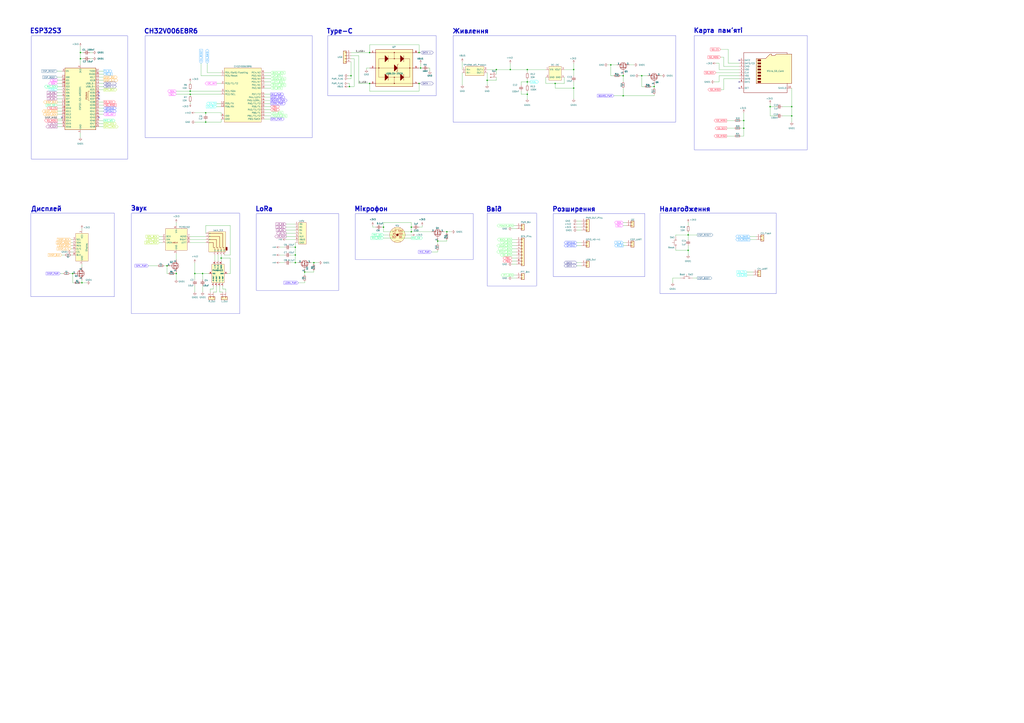
<source format=kicad_sch>
(kicad_sch (version 20231120) (generator "eeschema") (generator_version "8.0")
  (paper "A1")
  (junction (at 166.37 224.79))
  (junction (at 66.04 43.18))
  (junction (at 433.07 67.31))
  (junction (at 345.44 55.88))
  (junction (at 650.24 95.25))
  (junction (at 287.02 71.12))
  (junction (at 314.96 186.69))
  (junction (at 242.57 203.2))
  (junction (at 471.17 72.39))
  (junction (at 433.07 77.47))
  (junction (at 66.04 48.26))
  (junction (at 565.15 205.74))
  (junction (at 250.19 223.52))
  (junction (at 537.21 71.12))
  (junction (at 137.16 218.44))
  (junction (at 337.82 190.5))
  (junction (at 168.91 92.71))
  (junction (at 344.17 43.18))
  (junction (at 610.87 105.41))
  (junction (at 344.17 68.58))
  (junction (at 632.46 87.63))
  (junction (at 303.53 43.18))
  (junction (at 160.02 224.79))
  (junction (at 288.29 62.23))
  (junction (at 242.57 209.55))
  (junction (at 610.87 99.06))
  (junction (at 67.31 232.41))
  (junction (at 359.41 198.12))
  (junction (at 511.81 62.23))
  (junction (at 407.67 57.15))
  (junction (at 156.21 77.47))
  (junction (at 156.21 74.93))
  (junction (at 471.17 57.15))
  (junction (at 303.53 68.58))
  (junction (at 242.57 215.9))
  (junction (at 501.65 53.34))
  (junction (at 527.05 62.23))
  (junction (at 59.69 224.79))
  (junction (at 400.05 66.04))
  (junction (at 168.91 100.33))
  (junction (at 433.07 57.15))
  (junction (at 455.93 68.58))
  (junction (at 181.61 212.09))
  (junction (at 565.15 193.04))
  (junction (at 367.03 190.5))
  (junction (at 650.24 87.63))
  (junction (at 144.78 224.79))
  (junction (at 337.82 186.69))
  (junction (at 419.1 57.15))
  (junction (at 511.81 78.74))
  (junction (at 257.81 215.9))
  (no_connect (at 81.28 78.74))
  (no_connect (at 81.28 96.52))
  (no_connect (at 607.06 49.53))
  (no_connect (at 50.8 96.52))
  (no_connect (at 607.06 72.39))
  (no_connect (at 81.28 81.28))
  (no_connect (at 607.06 67.31))
  (no_connect (at 81.28 76.2))
  (wire (pts (xy 471.17 57.15) (xy 471.17 62.23)))
  (wire (pts (xy 168.91 100.33) (xy 181.61 100.33)))
  (wire (pts (xy 58.42 196.85) (xy 59.69 196.85)))
  (wire (pts (xy 306.07 185.42) (xy 306.07 186.69)))
  (wire (pts (xy 130.81 194.31) (xy 133.35 194.31)))
  (wire (pts (xy 66.04 48.26) (xy 66.04 53.34)))
  (wire (pts (xy 144.78 182.88) (xy 144.78 185.42)))
  (wire (pts (xy 367.03 198.12) (xy 367.03 196.85)))
  (wire (pts (xy 186.69 224.79) (xy 189.23 224.79)))
  (wire (pts (xy 455.93 72.39) (xy 471.17 72.39)))
  (wire (pts (xy 300.99 55.88) (xy 303.53 55.88)))
  (wire (pts (xy 242.57 215.9) (xy 245.11 215.9)))
  (wire (pts (xy 181.61 212.09) (xy 181.61 214.63)))
  (wire (pts (xy 303.53 36.83) (xy 303.53 43.18)))
  (wire (pts (xy 565.15 190.5) (xy 565.15 193.04)))
  (wire (pts (xy 565.15 201.93) (xy 565.15 205.74)))
  (wire (pts (xy 314.96 193.04) (xy 322.58 193.04)))
  (wire (pts (xy 165.1 52.07) (xy 165.1 62.23)))
  (wire (pts (xy 427.99 69.85) (xy 427.99 67.31)))
  (wire (pts (xy 81.28 86.36) (xy 85.09 86.36)))
  (wire (pts (xy 463.55 63.5) (xy 463.55 68.58)))
  (wire (pts (xy 160.02 234.95) (xy 160.02 240.03)))
  (wire (pts (xy 615.95 196.85) (xy 621.03 196.85)))
  (wire (pts (xy 590.55 57.15) (xy 607.06 57.15)))
  (wire (pts (xy 175.26 240.03) (xy 177.8 240.03)))
  (wire (pts (xy 419.1 57.15) (xy 433.07 57.15)))
  (wire (pts (xy 166.37 234.95) (xy 166.37 240.03)))
  (wire (pts (xy 345.44 55.88) (xy 346.71 55.88)))
  (wire (pts (xy 603.25 111.76) (xy 596.9 111.76)))
  (wire (pts (xy 501.65 53.34) (xy 506.73 53.34)))
  (wire (pts (xy 407.67 63.5) (xy 407.67 66.04)))
  (wire (pts (xy 590.55 52.07) (xy 588.01 52.07)))
  (wire (pts (xy 516.89 53.34) (xy 520.7 53.34)))
  (wire (pts (xy 554.99 193.04) (xy 565.15 193.04)))
  (wire (pts (xy 586.74 67.31) (xy 590.55 67.31)))
  (wire (pts (xy 337.82 186.69) (xy 337.82 190.5)))
  (wire (pts (xy 81.28 66.04) (xy 85.09 66.04)))
  (wire (pts (xy 344.17 74.93) (xy 344.17 68.58)))
  (wire (pts (xy 448.31 68.58) (xy 455.93 68.58)))
  (wire (pts (xy 59.69 232.41) (xy 60.96 232.41)))
  (wire (pts (xy 499.11 53.34) (xy 501.65 53.34)))
  (wire (pts (xy 420.37 196.85) (xy 424.18 196.85)))
  (wire (pts (xy 144.78 74.93) (xy 156.21 74.93)))
  (wire (pts (xy 294.64 68.58) (xy 303.53 68.58)))
  (wire (pts (xy 433.07 64.77) (xy 433.07 67.31)))
  (wire (pts (xy 234.95 191.77) (xy 242.57 191.77)))
  (wire (pts (xy 242.57 203.2) (xy 242.57 209.55)))
  (wire (pts (xy 67.31 217.17) (xy 67.31 219.71)))
  (wire (pts (xy 435.61 67.31) (xy 433.07 67.31)))
  (wire (pts (xy 234.95 184.15) (xy 242.57 184.15)))
  (wire (pts (xy 642.62 95.25) (xy 650.24 95.25)))
  (wire (pts (xy 217.17 97.79) (xy 222.25 97.79)))
  (wire (pts (xy 650.24 100.33) (xy 650.24 95.25)))
  (wire (pts (xy 285.75 62.23) (xy 288.29 62.23)))
  (wire (pts (xy 364.49 190.5) (xy 367.03 190.5)))
  (wire (pts (xy 615.95 194.31) (xy 621.03 194.31)))
  (wire (pts (xy 234.95 189.23) (xy 242.57 189.23)))
  (wire (pts (xy 59.69 204.47) (xy 58.42 204.47)))
  (wire (pts (xy 527.05 62.23) (xy 532.13 62.23)))
  (wire (pts (xy 594.36 73.66) (xy 594.36 64.77)))
  (wire (pts (xy 229.87 203.2) (xy 233.68 203.2)))
  (wire (pts (xy 565.15 182.88) (xy 565.15 185.42)))
  (wire (pts (xy 238.76 215.9) (xy 242.57 215.9)))
  (wire (pts (xy 314.96 186.69) (xy 314.96 182.88)))
  (wire (pts (xy 565.15 209.55) (xy 565.15 205.74)))
  (wire (pts (xy 250.19 232.41) (xy 250.19 231.14)))
  (wire (pts (xy 130.81 199.39) (xy 133.35 199.39)))
  (wire (pts (xy 511.81 60.96) (xy 511.81 62.23)))
  (wire (pts (xy 420.37 207.01) (xy 424.18 207.01)))
  (wire (pts (xy 288.29 43.18) (xy 303.53 43.18)))
  (wire (pts (xy 168.91 99.06) (xy 168.91 100.33)))
  (wire (pts (xy 181.61 92.71) (xy 181.61 95.25)))
  (wire (pts (xy 46.99 68.58) (xy 50.8 68.58)))
  (wire (pts (xy 288.29 62.23) (xy 288.29 64.77)))
  (wire (pts (xy 407.67 66.04) (xy 400.05 66.04)))
  (wire (pts (xy 156.21 74.93) (xy 181.61 74.93)))
  (wire (pts (xy 407.67 57.15) (xy 407.67 60.96)))
  (wire (pts (xy 455.93 68.58) (xy 455.93 72.39)))
  (wire (pts (xy 433.07 67.31) (xy 433.07 69.85)))
  (wire (pts (xy 290.83 48.26) (xy 288.29 48.26)))
  (wire (pts (xy 50.8 97.79) (xy 50.8 96.52)))
  (wire (pts (xy 473.71 184.15) (xy 477.52 184.15)))
  (wire (pts (xy 511.81 62.23) (xy 511.81 67.31)))
  (wire (pts (xy 189.23 224.79) (xy 189.23 212.09)))
  (wire (pts (xy 511.81 72.39) (xy 511.81 78.74)))
  (wire (pts (xy 337.82 182.88) (xy 337.82 186.69)))
  (wire (pts (xy 594.36 46.99) (xy 594.36 54.61)))
  (wire (pts (xy 46.99 91.44) (xy 50.8 91.44)))
  (wire (pts (xy 471.17 67.31) (xy 471.17 72.39)))
  (wire (pts (xy 238.76 209.55) (xy 242.57 209.55)))
  (wire (pts (xy 156.21 199.39) (xy 168.91 199.39)))
  (wire (pts (xy 448.31 63.5) (xy 448.31 68.58)))
  (wire (pts (xy 81.28 68.58) (xy 85.09 68.58)))
  (wire (pts (xy 359.41 200.66) (xy 359.41 198.12)))
  (wire (pts (xy 245.11 232.41) (xy 250.19 232.41)))
  (wire (pts (xy 400.05 57.15) (xy 407.67 57.15)))
  (wire (pts (xy 554.99 204.47) (xy 554.99 205.74)))
  (wire (pts (xy 473.71 186.69) (xy 477.52 186.69)))
  (wire (pts (xy 511.81 201.93) (xy 514.35 201.93)))
  (wire (pts (xy 353.06 55.88) (xy 351.79 55.88)))
  (wire (pts (xy 344.17 55.88) (xy 345.44 55.88)))
  (wire (pts (xy 313.69 186.69) (xy 314.96 186.69)))
  (wire (pts (xy 473.71 201.93) (xy 477.52 201.93)))
  (wire (pts (xy 257.81 215.9) (xy 257.81 217.17)))
  (wire (pts (xy 610.87 99.06) (xy 608.33 99.06)))
  (wire (pts (xy 144.78 208.28) (xy 144.78 213.36)))
  (wire (pts (xy 427.99 77.47) (xy 433.07 77.47)))
  (wire (pts (xy 610.87 92.71) (xy 610.87 99.06)))
  (wire (pts (xy 59.69 199.39) (xy 58.42 199.39)))
  (wire (pts (xy 66.04 38.1) (xy 66.04 43.18)))
  (wire (pts (xy 121.92 218.44) (xy 129.54 218.44)))
  (wire (pts (xy 330.2 193.04) (xy 337.82 193.04)))
  (wire (pts (xy 144.78 77.47) (xy 156.21 77.47)))
  (wire (pts (xy 182.88 234.95) (xy 182.88 237.49)))
  (wire (pts (xy 189.23 185.42) (xy 189.23 209.55)))
  (wire (pts (xy 168.91 185.42) (xy 189.23 185.42)))
  (wire (pts (xy 58.42 209.55) (xy 59.69 209.55)))
  (wire (pts (xy 46.99 104.14) (xy 50.8 104.14)))
  (wire (pts (xy 473.71 215.9) (xy 477.52 215.9)))
  (wire (pts (xy 66.04 232.41) (xy 67.31 232.41)))
  (wire (pts (xy 170.18 59.69) (xy 181.61 59.69)))
  (wire (pts (xy 473.71 199.39) (xy 477.52 199.39)))
  (wire (pts (xy 344.17 36.83) (xy 303.53 36.83)))
  (wire (pts (xy 400.05 59.69) (xy 400.05 66.04)))
  (wire (pts (xy 46.99 93.98) (xy 50.8 93.98)))
  (wire (pts (xy 46.99 99.06) (xy 50.8 99.06)))
  (wire (pts (xy 427.99 74.93) (xy 427.99 77.47)))
  (wire (pts (xy 568.96 228.6) (xy 572.77 228.6)))
  (wire (pts (xy 642.62 87.63) (xy 650.24 87.63)))
  (wire (pts (xy 177.8 234.95) (xy 177.8 240.03)))
  (wire (pts (xy 552.45 228.6) (xy 558.8 228.6)))
  (wire (pts (xy 537.21 78.74) (xy 537.21 77.47)))
  (wire (pts (xy 137.16 218.44) (xy 137.16 224.79)))
  (wire (pts (xy 344.17 43.18) (xy 344.17 36.83)))
  (wire (pts (xy 144.78 224.79) (xy 144.78 229.87)))
  (wire (pts (xy 166.37 224.79) (xy 166.37 229.87)))
  (wire (pts (xy 49.53 224.79) (xy 52.07 224.79)))
  (wire (pts (xy 287.02 71.12) (xy 290.83 71.12)))
  (wire (pts (xy 168.91 92.71) (xy 181.61 92.71)))
  (wire (pts (xy 46.99 88.9) (xy 50.8 88.9)))
  (wire (pts (xy 144.78 224.79) (xy 144.78 223.52)))
  (wire (pts (xy 463.55 57.15) (xy 471.17 57.15)))
  (wire (pts (xy 610.87 111.76) (xy 608.33 111.76)))
  (wire (pts (xy 81.28 88.9) (xy 85.09 88.9)))
  (wire (pts (xy 156.21 83.82) (xy 156.21 85.09)))
  (wire (pts (xy 367.03 190.5) (xy 370.84 190.5)))
  (wire (pts (xy 420.37 199.39) (xy 424.18 199.39)))
  (wire (pts (xy 354.33 207.01) (xy 359.41 207.01)))
  (wire (pts (xy 344.17 186.69) (xy 346.71 186.69)))
  (wire (pts (xy 473.71 218.44) (xy 477.52 218.44)))
  (wire (pts (xy 420.37 209.55) (xy 424.18 209.55)))
  (wire (pts (xy 420.37 214.63) (xy 424.18 214.63)))
  (wire (pts (xy 217.17 85.09) (xy 222.25 85.09)))
  (wire (pts (xy 345.44 43.18) (xy 344.17 43.18)))
  (wire (pts (xy 156.21 78.74) (xy 156.21 77.47)))
  (wire (pts (xy 180.34 234.95) (xy 180.34 240.03)))
  (wire (pts (xy 314.96 182.88) (xy 337.82 182.88)))
  (wire (pts (xy 217.17 87.63) (xy 222.25 87.63)))
  (wire (pts (xy 501.65 62.23) (xy 504.19 62.23)))
  (wire (pts (xy 175.26 237.49) (xy 172.72 237.49)))
  (wire (pts (xy 511.81 182.88) (xy 514.35 182.88)))
  (wire (pts (xy 419.1 52.07) (xy 419.1 57.15)))
  (wire (pts (xy 590.55 62.23) (xy 607.06 62.23)))
  (wire (pts (xy 433.07 57.15) (xy 448.31 57.15)))
  (wire (pts (xy 565.15 193.04) (xy 572.77 193.04)))
  (wire (pts (xy 591.82 40.64) (xy 598.17 40.64)))
  (wire (pts (xy 613.41 226.06) (xy 618.49 226.06)))
  (wire (pts (xy 217.17 92.71) (xy 222.25 92.71)))
  (wire (pts (xy 217.17 90.17) (xy 222.25 90.17)))
  (wire (pts (xy 160.02 224.79) (xy 166.37 224.79)))
  (wire (pts (xy 57.15 224.79) (xy 59.69 224.79)))
  (wire (pts (xy 234.95 186.69) (xy 242.57 186.69)))
  (wire (pts (xy 257.81 223.52) (xy 257.81 222.25)))
  (wire (pts (xy 81.28 91.44) (xy 85.09 91.44)))
  (wire (pts (xy 433.07 57.15) (xy 433.07 59.69)))
  (wire (pts (xy 501.65 53.34) (xy 501.65 62.23)))
  (wire (pts (xy 421.64 226.06) (xy 424.18 226.06)))
  (wire (pts (xy 238.76 203.2) (xy 242.57 203.2)))
  (wire (pts (xy 542.29 62.23) (xy 543.56 62.23)))
  (wire (pts (xy 345.44 52.07) (xy 345.44 55.88)))
  (wire (pts (xy 217.17 95.25) (xy 222.25 95.25)))
  (wire (pts (xy 433.07 74.93) (xy 433.07 77.47)))
  (wire (pts (xy 250.19 226.06) (xy 250.19 223.52)))
  (wire (pts (xy 534.67 71.12) (xy 537.21 71.12)))
  (wire (pts (xy 590.55 67.31) (xy 590.55 62.23)))
  (wire (pts (xy 287.02 68.58) (xy 287.02 71.12)))
  (wire (pts (xy 463.55 68.58) (xy 455.93 68.58)))
  (wire (pts (xy 337.82 190.5) (xy 354.33 190.5)))
  (wire (pts (xy 217.17 62.23) (xy 222.25 62.23)))
  (wire (pts (xy 527.05 71.12) (xy 529.59 71.12)))
  (wire (pts (xy 594.36 54.61) (xy 607.06 54.61)))
  (wire (pts (xy 613.41 223.52) (xy 618.49 223.52)))
  (wire (pts (xy 168.91 92.71) (xy 168.91 93.98)))
  (wire (pts (xy 594.36 64.77) (xy 607.06 64.77)))
  (wire (pts (xy 217.17 72.39) (xy 222.25 72.39)))
  (wire (pts (xy 314.96 190.5) (xy 322.58 190.5)))
  (wire (pts (xy 66.04 43.18) (xy 66.04 48.26)))
  (wire (pts (xy 288.29 50.8) (xy 288.29 62.23)))
  (wire (pts (xy 650.24 95.25) (xy 650.24 87.63)))
  (wire (pts (xy 81.28 93.98) (xy 85.09 93.98)))
  (wire (pts (xy 81.28 99.06) (xy 85.09 99.06)))
  (wire (pts (xy 177.8 85.09) (xy 181.61 85.09)))
  (wire (pts (xy 81.28 104.14) (xy 85.09 104.14)))
  (wire (pts (xy 603.25 99.06) (xy 596.9 99.06)))
  (wire (pts (xy 610.87 99.06) (xy 610.87 105.41)))
  (wire (pts (xy 590.55 52.07) (xy 590.55 57.15)))
  (wire (pts (xy 217.17 64.77) (xy 222.25 64.77)))
  (wire (pts (xy 46.99 63.5) (xy 50.8 63.5)))
  (wire (pts (xy 471.17 72.39) (xy 471.17 81.28)))
  (wire (pts (xy 81.28 73.66) (xy 85.09 73.66)))
  (wire (pts (xy 168.91 191.77) (xy 168.91 185.42)))
  (wire (pts (xy 81.28 83.82) (xy 85.09 83.82)))
  (wire (pts (xy 59.69 224.79) (xy 59.69 232.41)))
  (wire (pts (xy 314.96 190.5) (xy 314.96 186.69)))
  (wire (pts (xy 554.99 194.31) (xy 554.99 193.04)))
  (wire (pts (xy 353.06 55.88) (xy 353.06 58.42)))
  (wire (pts (xy 407.67 57.15) (xy 419.1 57.15)))
  (wire (pts (xy 421.64 185.42) (xy 424.18 185.42)))
  (wire (pts (xy 81.28 101.6) (xy 85.09 101.6)))
  (wire (pts (xy 632.46 85.09) (xy 632.46 87.63)))
  (wire (pts (xy 217.17 69.85) (xy 222.25 69.85)))
  (wire (pts (xy 330.2 195.58) (xy 337.82 195.58)))
  (wire (pts (xy 175.26 234.95) (xy 175.26 237.49)))
  (wire (pts (xy 537.21 71.12) (xy 537.21 72.39)))
  (wire (pts (xy 185.42 237.49) (xy 185.42 240.03)))
  (wire (pts (xy 552.45 228.6) (xy 552.45 232.41)))
  (wire (pts (xy 300.99 57.15) (xy 300.99 55.88)))
  (wire (pts (xy 591.82 46.99) (xy 594.36 46.99)))
  (wire (pts (xy 433.07 77.47) (xy 433.07 81.28)))
  (wire (pts (xy 46.99 78.74) (xy 50.8 78.74)))
  (wire (pts (xy 182.88 237.49) (xy 185.42 237.49)))
  (wire (pts (xy 367.03 190.5) (xy 367.03 191.77)))
  (wire (pts (xy 420.37 187.96) (xy 424.18 187.96)))
  (wire (pts (xy 290.83 48.26) (xy 290.83 71.12)))
  (wire (pts (xy 217.17 59.69) (xy 222.25 59.69)))
  (wire (pts (xy 610.87 111.76) (xy 610.87 105.41)))
  (wire (pts (xy 234.95 196.85) (xy 242.57 196.85)))
  (wire (pts (xy 229.87 209.55) (xy 233.68 209.55)))
  (wire (pts (xy 285.75 64.77) (xy 288.29 64.77)))
  (wire (pts (xy 46.99 73.66) (xy 50.8 73.66)))
  (wire (pts (xy 156.21 196.85) (xy 168.91 196.85)))
  (wire (pts (xy 527.05 62.23) (xy 527.05 71.12)))
  (wire (pts (xy 471.17 52.07) (xy 471.17 57.15)))
  (wire (pts (xy 73.66 48.26) (xy 76.2 48.26)))
  (wire (pts (xy 330.2 190.5) (xy 337.82 190.5)))
  (wire (pts (xy 81.28 58.42) (xy 85.09 58.42)))
  (wire (pts (xy 509.27 62.23) (xy 511.81 62.23)))
  (wire (pts (xy 288.29 45.72) (xy 294.64 45.72)))
  (wire (pts (xy 598.17 52.07) (xy 607.06 52.07)))
  (wire (pts (xy 473.71 181.61) (xy 477.52 181.61)))
  (wire (pts (xy 420.37 204.47) (xy 424.18 204.47)))
  (wire (pts (xy 46.99 71.12) (xy 50.8 71.12)))
  (wire (pts (xy 303.53 68.58) (xy 303.53 74.93)))
  (wire (pts (xy 603.25 105.41) (xy 596.9 105.41)))
  (wire (pts (xy 473.71 189.23) (xy 477.52 189.23)))
  (wire (pts (xy 156.21 73.66) (xy 156.21 74.93)))
  (wire (pts (xy 130.81 196.85) (xy 133.35 196.85)))
  (wire (pts (xy 177.8 87.63) (xy 181.61 87.63)))
  (wire (pts (xy 156.21 77.47) (xy 181.61 77.47)))
  (wire (pts (xy 420.37 217.17) (xy 424.18 217.17)))
  (wire (pts (xy 511.81 199.39) (xy 514.35 199.39)))
  (wire (pts (xy 50.8 209.55) (xy 53.34 209.55)))
  (wire (pts (xy 143.51 224.79) (xy 144.78 224.79)))
  (wire (pts (xy 379.73 59.69) (xy 379.73 69.85)))
  (wire (pts (xy 285.75 68.58) (xy 287.02 68.58)))
  (wire (pts (xy 306.07 186.69) (xy 308.61 186.69)))
  (wire (pts (xy 255.27 215.9) (xy 257.81 215.9)))
  (wire (pts (xy 46.99 97.79) (xy 50.8 97.79)))
  (wire (pts (xy 46.99 83.82) (xy 50.8 83.82)))
  (wire (pts (xy 524.51 62.23) (xy 527.05 62.23)))
  (wire (pts (xy 81.28 71.12) (xy 85.09 71.12)))
  (wire (pts (xy 179.07 209.55) (xy 179.07 214.63)))
  (wire (pts (xy 137.16 224.79) (xy 138.43 224.79)))
  (wire (pts (xy 229.87 215.9) (xy 233.68 215.9)))
  (wire (pts (xy 81.28 63.5) (xy 85.09 63.5)))
  (wire (pts (xy 181.61 212.09) (xy 189.23 212.09)))
  (wire (pts (xy 165.1 62.23) (xy 181.61 62.23)))
  (wire (pts (xy 242.57 209.55) (xy 242.57 215.9)))
  (wire (pts (xy 427.99 67.31) (xy 433.07 67.31)))
  (wire (pts (xy 554.99 205.74) (xy 565.15 205.74)))
  (wire (pts (xy 294.64 45.72) (xy 294.64 68.58)))
  (wire (pts (xy 217.17 67.31) (xy 222.25 67.31)))
  (wire (pts (xy 511.81 78.74) (xy 537.21 78.74)))
  (wire (pts (xy 160.02 215.9) (xy 160.02 224.79)))
  (wire (pts (xy 598.17 40.64) (xy 598.17 52.07)))
  (wire (pts (xy 314.96 195.58) (xy 322.58 195.58)))
  (wire (pts (xy 242.57 199.39) (xy 242.57 203.2)))
  (wire (pts (xy 46.99 101.6) (xy 50.8 101.6)))
  (wire (pts (xy 345.44 68.58) (xy 344.17 68.58)))
  (wire (pts (xy 217.17 82.55) (xy 222.25 82.55)))
  (wire (pts (xy 58.42 207.01) (xy 59.69 207.01)))
  (wire (pts (xy 68.58 48.26) (xy 66.04 48.26)))
  (wire (pts (xy 400.05 66.04) (xy 400.05 69.85)))
  (wire (pts (xy 420.37 201.93) (xy 424.18 201.93)))
  (wire (pts (xy 81.28 60.96) (xy 85.09 60.96)))
  (wire (pts (xy 67.31 232.41) (xy 71.12 232.41)))
  (wire (pts (xy 46.99 66.04) (xy 50.8 66.04)))
  (wire (pts (xy 66.04 43.18) (xy 68.58 43.18)))
  (wire (pts (xy 588.01 59.69) (xy 607.06 59.69)))
  (wire (pts (xy 67.31 229.87) (xy 67.31 232.41)))
  (wire (pts (xy 156.21 67.31) (xy 156.21 68.58)))
  (wire (pts (xy 177.8 68.58) (xy 181.61 68.58)))
  (wire (pts (xy 420.37 212.09) (xy 424.18 212.09)))
  (wire (pts (xy 46.99 86.36) (xy 50.8 86.36)))
  (wire (pts (xy 181.61 209.55) (xy 181.61 212.09)))
  (wire (pts (xy 565.15 193.04) (xy 565.15 196.85)))
  (wire (pts (xy 156.21 194.31) (xy 168.91 194.31)))
  (wire (pts (xy 160.02 224.79) (xy 160.02 229.87)))
  (wire (pts (xy 379.73 50.8) (xy 379.73 57.15)))
  (wire (pts (xy 170.18 52.07) (xy 170.18 59.69)))
  (wire (pts (xy 134.62 218.44) (xy 137.16 218.44)))
  (wire (pts (xy 66.04 109.22) (xy 66.04 113.03)))
  (wire (pts (xy 346.71 186.69) (xy 346.71 185.42)))
  (wire (pts (xy 73.66 43.18) (xy 76.2 43.18)))
  (wire (pts (xy 180.34 240.03) (xy 182.88 240.03)))
  (wire (pts (xy 285.75 71.12) (xy 287.02 71.12)))
  (wire (pts (xy 160.02 92.71) (xy 168.91 92.71)))
  (wire (pts (xy 632.46 95.25) (xy 637.54 95.25)))
  (wire (pts (xy 166.37 224.79) (xy 171.45 224.79)))
  (wire (pts (xy 46.99 76.2) (xy 50.8 76.2)))
  (wire (pts (xy 303.53 74.93) (xy 344.17 74.93)))
  (wire (pts (xy 420.37 228.6) (xy 424.18 228.6)))
  (wire (pts (xy 172.72 237.49) (xy 172.72 240.03)))
  (wire (pts (xy 160.02 100.33) (xy 168.91 100.33)))
  (wire (pts (xy 234.95 194.31) (xy 242.57 194.31)))
  (wire (pts (xy 359.41 207.01) (xy 359.41 205.74)))
  (wire (pts (xy 632.46 87.63) (xy 637.54 87.63)))
  (wire (pts (xy 217.17 77.47) (xy 222.25 77.47)))
  (wire (pts (xy 537.21 69.85) (xy 537.21 71.12)))
  (wire (pts (xy 591.82 73.66) (xy 594.36 73.66)))
  (wire (pts (xy 650.24 72.39) (xy 650.24 87.63)))
  (wire (pts (xy 257.81 215.9) (xy 261.62 215.9)))
  (wire (pts (xy 50.8 58.42) (xy 46.99 58.42)))
  (wire (pts (xy 250.19 223.52) (xy 257.81 223.52)))
  (wire (pts (xy 511.81 185.42) (xy 514.35 185.42)))
  (wire (pts (xy 58.42 201.93) (xy 59.69 201.93)))
  (wire (pts (xy 217.17 80.01) (xy 222.25 80.01)))
  (wire (pts (xy 339.09 186.69) (xy 337.82 186.69)))
  (wire (pts (xy 46.99 81.28) (xy 50.8 81.28)))
  (wire (pts (xy 359.41 198.12) (xy 367.03 198.12)))
  (wire (pts (xy 67.31 187.96) (xy 67.31 189.23)))
  (wire (pts (xy 610.87 105.41) (xy 608.33 105.41)))
  (wire (pts (xy 184.15 209.55) (xy 189.23 209.55)))
  (wire (pts (xy 181.61 100.33) (xy 181.61 97.79)))
  (wire (pts (xy 504.19 78.74) (xy 511.81 78.74)))
  (wire (pts (xy 632.46 95.25) (xy 632.46 87.63)))
  (wire (pts (xy 176.53 209.55) (xy 176.53 214.63)))
  (rectangle (start 25.781 29.464) (end 104.775 130.81))
  (rectangle (start 542.036 175.26) (end 637.54 241.3))
  (rectangle (start 400.05 175.26) (end 440.69 234.95))
  (rectangle (start 454.406 175.514) (end 529.59 227.33))
  (rectangle (start 119.126 29.464) (end 256.54 113.03))
  (rectangle (start 570.23 29.21) (end 662.94 123.19))
  (rectangle (start 291.846 175.514) (end 388.62 213.36))
  (rectangle (start 269.24 29.21) (end 358.14 78.74))
  (rectangle (start 25.4 175.26) (end 93.98 243.84))
  (rectangle (start 107.95 175.26) (end 196.85 257.81))
  (rectangle (start 372.11 29.21) (end 554.99 100.33))
  (rectangle (start 210.566 175.514) (end 278.13 238.76))
  (text "Розширення" (at 453.39 174.244 0) (effects (font (size 3.81 3.81) (thickness 0.762) (bold yes)) (justify left bottom)))
  (text "Карта пам'яті" (at 569.468 27.432 0) (effects (font (size 3.81 3.81) (thickness 0.762) (bold yes)) (justify left bottom)))
  (text "Налагодження" (at 541.274 174.244 0) (effects (font (size 3.81 3.81) (thickness 0.762) (bold yes)) (justify left bottom)))
  (text "Дисплей" (at 25.146 173.99 0) (effects (font (size 3.81 3.81) (thickness 0.762) (bold yes)) (justify left bottom)))
  (text "CH32V006E8R6" (at 118.11 27.94 0) (effects (font (size 3.81 3.81) (thickness 0.762) (bold yes)) (justify left bottom)))
  (text "Живлення" (at 371.348 27.94 0) (effects (font (size 3.81 3.81) (thickness 0.762) (bold yes)) (justify left bottom)))
  (text "Звук" (at 107.188 173.482 0) (effects (font (size 3.81 3.81) (thickness 0.762) (bold yes)) (justify left bottom)))
  (text "Type-C" (at 267.97 27.94 0) (effects (font (size 3.81 3.81) (thickness 0.762) (bold yes)) (justify left bottom)))
  (text "ESP32S3" (at 24.384 27.686 0) (effects (font (size 3.81 3.81) (thickness 0.762) (bold yes)) (justify left bottom)))
  (text "Ввід" (at 399.034 174.244 0) (effects (font (size 3.81 3.81) (thickness 0.762) (bold yes)) (justify left bottom)))
  (text "LoRa" (at 209.55 173.99 0) (effects (font (size 3.81 3.81) (thickness 0.762) (bold yes)) (justify left bottom)))
  (text "Мікрофон" (at 290.83 173.99 0) (effects (font (size 3.81 3.81) (thickness 0.762) (bold yes)) (justify left bottom)))
  (label "D_USB-" (at 294.64 68.58 0))
  (label "DISP_MISO" (at 46.99 97.79 180))
  (label "D_USB+" (at 292.1 43.18 0))
  (global_label "POWER_BTN" (shape output) (at 421.64 185.42 180) (property "Intersheetrefs" "${INTERSHEET_REFS}" (effects (hide yes))))
  (global_label "DATA +" (shape bidirectional) (at 85.09 71.12 0) (property "Intersheetrefs" "${INTERSHEET_REFS}" (effects (hide yes))))
  (global_label "RIGHT_BTN" (shape input) (at 222.25 69.85 0) (property "Intersheetrefs" "${INTERSHEET_REFS}" (effects (hide yes))))
  (global_label "DISP_MOSI" (shape input) (at 58.42 199.39 180) (property "Intersheetrefs" "${INTERSHEET_REFS}" (effects (hide yes))))
  (global_label "DATA +" (shape bidirectional) (at 345.44 43.18 0) (property "Intersheetrefs" "${INTERSHEET_REFS}" (effects (hide yes))))
  (global_label "CH_RESET" (shape input) (at 165.1 52.07 90) (property "Intersheetrefs" "${INTERSHEET_REFS}" (effects (hide yes))))
  (global_label "BACK_BTN" (shape output) (at 420.37 196.85 180) (property "Intersheetrefs" "${INTERSHEET_REFS}" (effects (hide yes))))
  (global_label "DISP_PWR" (shape output) (at 222.25 80.01 0) (property "Intersheetrefs" "${INTERSHEET_REFS}" (effects (hide yes))))
  (global_label "RX_0" (shape output) (at 511.81 201.93 180) (property "Intersheetrefs" "${INTERSHEET_REFS}" (effects (hide yes))))
  (global_label "GPIO41" (shape bidirectional) (at 85.09 91.44 0) (property "Intersheetrefs" "${INTERSHEET_REFS}" (effects (hide yes))))
  (global_label "SDA" (shape bidirectional) (at 46.99 68.58 180) (property "Intersheetrefs" "${INTERSHEET_REFS}" (effects (hide yes))))
  (global_label "CH_RX" (shape input) (at 177.8 87.63 180) (property "Intersheetrefs" "${INTERSHEET_REFS}" (effects (hide yes))))
  (global_label "ESP_BOOT" (shape input) (at 46.99 63.5 180) (property "Intersheetrefs" "${INTERSHEET_REFS}" (effects (hide yes))))
  (global_label "MIC_SD" (shape input) (at 46.99 86.36 180) (property "Intersheetrefs" "${INTERSHEET_REFS}" (effects (hide yes))))
  (global_label "I2C_INT" (shape output) (at 177.8 68.58 180) (property "Intersheetrefs" "${INTERSHEET_REFS}" (effects (hide yes))))
  (global_label "DOWN_BTN" (shape input) (at 222.25 64.77 0) (property "Intersheetrefs" "${INTERSHEET_REFS}" (effects (hide yes))))
  (global_label "SPK_PWR" (shape input) (at 121.92 218.44 180) (property "Intersheetrefs" "${INTERSHEET_REFS}" (effects (hide yes))))
  (global_label "LORA_PWR" (shape output) (at 222.25 85.09 0) (property "Intersheetrefs" "${INTERSHEET_REFS}" (effects (hide yes))))
  (global_label "ESP_RESET" (shape input) (at 46.99 58.42 180) (property "Intersheetrefs" "${INTERSHEET_REFS}" (effects (hide yes))))
  (global_label "LORA_PWR" (shape input) (at 245.11 232.41 180) (property "Intersheetrefs" "${INTERSHEET_REFS}" (effects (hide yes))))
  (global_label "MIC_SD" (shape output) (at 337.82 195.58 0) (property "Intersheetrefs" "${INTERSHEET_REFS}" (effects (hide yes))))
  (global_label "SD_MISO" (shape input) (at 85.09 86.36 0) (property "Intersheetrefs" "${INTERSHEET_REFS}" (effects (hide yes))))
  (global_label "SPK_BCK" (shape input) (at 130.81 194.31 180) (property "Intersheetrefs" "${INTERSHEET_REFS}" (effects (hide yes))))
  (global_label "RIGHT_BTN" (shape output) (at 420.37 207.01 180) (property "Intersheetrefs" "${INTERSHEET_REFS}" (effects (hide yes))))
  (global_label "PB3" (shape bidirectional) (at 420.37 214.63 180) (property "Intersheetrefs" "${INTERSHEET_REFS}" (effects (hide yes))))
  (global_label "DISP_BLK" (shape output) (at 46.99 83.82 180) (property "Intersheetrefs" "${INTERSHEET_REFS}" (effects (hide yes))))
  (global_label "OK_BTN" (shape output) (at 420.37 209.55 180) (property "Intersheetrefs" "${INTERSHEET_REFS}" (effects (hide yes))))
  (global_label "SPK_BCK" (shape output) (at 85.09 73.66 0) (property "Intersheetrefs" "${INTERSHEET_REFS}" (effects (hide yes))))
  (global_label "MIC_PWR" (shape output) (at 222.25 77.47 0) (property "Intersheetrefs" "${INTERSHEET_REFS}" (effects (hide yes))))
  (global_label "MIC_SCK" (shape output) (at 46.99 71.12 180) (property "Intersheetrefs" "${INTERSHEET_REFS}" (effects (hide yes))))
  (global_label "POWER_BTN" (shape input) (at 222.25 95.25 0) (property "Intersheetrefs" "${INTERSHEET_REFS}" (effects (hide yes))))
  (global_label "PB3" (shape bidirectional) (at 222.25 90.17 0) (property "Intersheetrefs" "${INTERSHEET_REFS}" (effects (hide yes))))
  (global_label "SPK_DIN" (shape input) (at 130.81 196.85 180) (property "Intersheetrefs" "${INTERSHEET_REFS}" (effects (hide yes))))
  (global_label "LR_TX" (shape output) (at 234.95 191.77 180) (property "Intersheetrefs" "${INTERSHEET_REFS}" (effects (hide yes))))
  (global_label "LR_M0" (shape input) (at 234.95 184.15 180) (property "Intersheetrefs" "${INTERSHEET_REFS}" (effects (hide yes))))
  (global_label "SPK_LRCK" (shape output) (at 85.09 104.14 0) (property "Intersheetrefs" "${INTERSHEET_REFS}" (effects (hide yes))))
  (global_label "LEFT_BTN" (shape input) (at 222.25 67.31 0) (property "Intersheetrefs" "${INTERSHEET_REFS}" (effects (hide yes))))
  (global_label "SCL" (shape input) (at 511.81 185.42 180) (property "Intersheetrefs" "${INTERSHEET_REFS}" (effects (hide yes))))
  (global_label "SD_MOSI" (shape input) (at 591.82 46.99 180) (property "Intersheetrefs" "${INTERSHEET_REFS}" (effects (hide yes))))
  (global_label "SPK_PWR" (shape output) (at 222.25 97.79 0) (property "Intersheetrefs" "${INTERSHEET_REFS}" (effects (hide yes))))
  (global_label "CH_SWIO" (shape bidirectional) (at 615.95 194.31 180) (property "Intersheetrefs" "${INTERSHEET_REFS}" (effects (hide yes))))
  (global_label "BOARD_PWR" (shape input) (at 504.19 78.74 180) (property "Intersheetrefs" "${INTERSHEET_REFS}" (effects (hide yes))))
  (global_label "CH_TX" (shape input) (at 613.41 223.52 180) (property "Intersheetrefs" "${INTERSHEET_REFS}" (effects (hide yes))))
  (global_label "PB1" (shape bidirectional) (at 222.25 87.63 0) (property "Intersheetrefs" "${INTERSHEET_REFS}" (effects (hide yes))))
  (global_label "SD_CS" (shape output) (at 46.99 88.9 180) (property "Intersheetrefs" "${INTERSHEET_REFS}" (effects (hide yes))))
  (global_label "TX_0" (shape output) (at 85.09 58.42 0) (property "Intersheetrefs" "${INTERSHEET_REFS}" (effects (hide yes))))
  (global_label "SPK_LRCK" (shape input) (at 130.81 199.39 180) (property "Intersheetrefs" "${INTERSHEET_REFS}" (effects (hide yes))))
  (global_label "TX_0" (shape input) (at 511.81 199.39 180) (property "Intersheetrefs" "${INTERSHEET_REFS}" (effects (hide yes))))
  (global_label "LR_M1" (shape input) (at 234.95 186.69 180) (property "Intersheetrefs" "${INTERSHEET_REFS}" (effects (hide yes))))
  (global_label "SPK_DIN" (shape output) (at 85.09 101.6 0) (property "Intersheetrefs" "${INTERSHEET_REFS}" (effects (hide yes))))
  (global_label "OK_BTN" (shape input) (at 222.25 72.39 0) (property "Intersheetrefs" "${INTERSHEET_REFS}" (effects (hide yes))))
  (global_label "DATA -" (shape bidirectional) (at 85.09 68.58 0) (property "Intersheetrefs" "${INTERSHEET_REFS}" (effects (hide yes))))
  (global_label "LR_TX" (shape output) (at 46.99 101.6 180) (property "Intersheetrefs" "${INTERSHEET_REFS}" (effects (hide yes))))
  (global_label "SD_MISO" (shape output) (at 596.9 111.76 180) (property "Intersheetrefs" "${INTERSHEET_REFS}" (effects (hide yes))))
  (global_label "DATA -" (shape bidirectional) (at 345.44 68.58 0) (property "Intersheetrefs" "${INTERSHEET_REFS}" (effects (hide yes))))
  (global_label "LR_M0" (shape input) (at 46.99 76.2 180) (property "Intersheetrefs" "${INTERSHEET_REFS}" (effects (hide yes))))
  (global_label "DATA -" (shape bidirectional) (at 473.71 215.9 180) (property "Intersheetrefs" "${INTERSHEET_REFS}" (effects (hide yes))))
  (global_label "DISP_SCK" (shape output) (at 46.99 93.98 180) (property "Intersheetrefs" "${INTERSHEET_REFS}" (effects (hide yes))))
  (global_label "SDA" (shape bidirectional) (at 144.78 74.93 180) (property "Intersheetrefs" "${INTERSHEET_REFS}" (effects (hide yes))))
  (global_label "LR_RX" (shape input) (at 46.99 81.28 180) (property "Intersheetrefs" "${INTERSHEET_REFS}" (effects (hide yes))))
  (global_label "DISP_PWR" (shape input) (at 49.53 224.79 180) (property "Intersheetrefs" "${INTERSHEET_REFS}" (effects (hide yes))))
  (global_label "SD_SCK" (shape output) (at 596.9 105.41 180) (property "Intersheetrefs" "${INTERSHEET_REFS}" (effects (hide yes))))
  (global_label "PB1" (shape bidirectional) (at 420.37 212.09 180) (property "Intersheetrefs" "${INTERSHEET_REFS}" (effects (hide yes))))
  (global_label "GPIO40" (shape bidirectional) (at 85.09 88.9 0) (property "Intersheetrefs" "${INTERSHEET_REFS}" (effects (hide yes))))
  (global_label "BACK_BTN" (shape input) (at 222.25 59.69 0) (property "Intersheetrefs" "${INTERSHEET_REFS}" (effects (hide yes))))
  (global_label "SD_SCK" (shape output) (at 85.09 83.82 0) (property "Intersheetrefs" "${INTERSHEET_REFS}" (effects (hide yes))))
  (global_label "SD_MISO" (shape output) (at 591.82 73.66 180) (property "Intersheetrefs" "${INTERSHEET_REFS}" (effects (hide yes))))
  (global_label "DISP_MOSI" (shape output) (at 46.99 91.44 180) (property "Intersheetrefs" "${INTERSHEET_REFS}" (effects (hide yes))))
  (global_label "LR_RX" (shape input) (at 234.95 189.23 180) (property "Intersheetrefs" "${INTERSHEET_REFS}" (effects (hide yes))))
  (global_label "PTT_BTN" (shape input) (at 222.25 92.71 0) (property "Intersheetrefs" "${INTERSHEET_REFS}" (effects (hide yes))))
  (global_label "MIC_WS" (shape input) (at 314.96 193.04 180) (property "Intersheetrefs" "${INTERSHEET_REFS}" (effects (hide yes))))
  (global_label "CH_RESET" (shape output) (at 615.95 196.85 180) (property "Intersheetrefs" "${INTERSHEET_REFS}" (effects (hide yes))))
  (global_label "LR_AUX" (shape output) (at 46.99 104.14 180) (property "Intersheetrefs" "${INTERSHEET_REFS}" (effects (hide yes))))
  (global_label "CH_TX" (shape output) (at 177.8 85.09 180) (property "Intersheetrefs" "${INTERSHEET_REFS}" (effects (hide yes))))
  (global_label "SDA" (shape bidirectional) (at 511.81 182.88 180) (property "Intersheetrefs" "${INTERSHEET_REFS}" (effects (hide yes))))
  (global_label "RX_0" (shape input) (at 85.09 60.96 0) (property "Intersheetrefs" "${INTERSHEET_REFS}" (effects (hide yes))))
  (global_label "UP_BTN" (shape output) (at 420.37 199.39 180) (property "Intersheetrefs" "${INTERSHEET_REFS}" (effects (hide yes))))
  (global_label "CH_RX" (shape output) (at 613.41 226.06 180) (property "Intersheetrefs" "${INTERSHEET_REFS}" (effects (hide yes))))
  (global_label "SCL" (shape output) (at 46.99 66.04 180) (property "Intersheetrefs" "${INTERSHEET_REFS}" (effects (hide yes))))
  (global_label "ESP_BOOT" (shape output) (at 572.77 228.6 0) (property "Intersheetrefs" "${INTERSHEET_REFS}" (effects (hide yes))))
  (global_label "MIC_PWR" (shape input) (at 354.33 207.01 180) (property "Intersheetrefs" "${INTERSHEET_REFS}" (effects (hide yes))))
  (global_label "SD_CS" (shape input) (at 591.82 40.64 180) (property "Intersheetrefs" "${INTERSHEET_REFS}" (effects (hide yes))))
  (global_label "PTT_BTN" (shape output) (at 421.64 226.06 180) (property "Intersheetrefs" "${INTERSHEET_REFS}" (effects (hide yes))))
  (global_label "MIC_SCK" (shape input) (at 314.96 195.58 180) (property "Intersheetrefs" "${INTERSHEET_REFS}" (effects (hide yes))))
  (global_label "VVAL" (shape input) (at 46.99 73.66 180) (property "Intersheetrefs" "${INTERSHEET_REFS}" (effects (hide yes))))
  (global_label "DISP_RST" (shape input) (at 58.42 201.93 180) (property "Intersheetrefs" "${INTERSHEET_REFS}" (effects (hide yes))))
  (global_label "DISP_SCK" (shape input) (at 58.42 196.85 180) (property "Intersheetrefs" "${INTERSHEET_REFS}" (effects (hide yes))))
  (global_label "GPIO40" (shape bidirectional) (at 473.71 199.39 180) (property "Intersheetrefs" "${INTERSHEET_REFS}" (effects (hide yes))))
  (global_label "DISP_D{slash}C" (shape input) (at 58.42 204.47 180) (property "Intersheetrefs" "${INTERSHEET_REFS}" (effects (hide yes))))
  (global_label "DATA +" (shape bidirectional) (at 473.71 218.44 180) (property "Intersheetrefs" "${INTERSHEET_REFS}" (effects (hide yes))))
  (global_label "LEFT_BTN" (shape output) (at 420.37 204.47 180) (property "Intersheetrefs" "${INTERSHEET_REFS}" (effects (hide yes))))
  (global_label "I2C_INT" (shape input) (at 85.09 93.98 0) (property "Intersheetrefs" "${INTERSHEET_REFS}" (effects (hide yes))))
  (global_label "SD_MOSI" (shape output) (at 596.9 99.06 180) (property "Intersheetrefs" "${INTERSHEET_REFS}" (effects (hide yes))))
  (global_label "DOWN_BTN" (shape output) (at 420.37 201.93 180) (property "Intersheetrefs" "${INTERSHEET_REFS}" (effects (hide yes))))
  (global_label "CH_SWIO" (shape bidirectional) (at 170.18 52.07 90) (property "Intersheetrefs" "${INTERSHEET_REFS}" (effects (hide yes))))
  (global_label "DISP_BLK" (shape input) (at 50.8 209.55 180) (property "Intersheetrefs" "${INTERSHEET_REFS}" (effects (hide yes))))
  (global_label "DISP_RST" (shape output) (at 85.09 63.5 0) (property "Intersheetrefs" "${INTERSHEET_REFS}" (effects (hide yes))))
  (global_label "SD_MOSI" (shape output) (at 46.99 99.06 180) (property "Intersheetrefs" "${INTERSHEET_REFS}" (effects (hide yes))))
  (global_label "GPIO41" (shape bidirectional) (at 473.71 201.93 180) (property "Intersheetrefs" "${INTERSHEET_REFS}" (effects (hide yes))))
  (global_label "LR_M1" (shape input) (at 46.99 78.74 180) (property "Intersheetrefs" "${INTERSHEET_REFS}" (effects (hide yes))))
  (global_label "LR_AUX" (shape output) (at 234.95 194.31 180) (property "Intersheetrefs" "${INTERSHEET_REFS}" (effects (hide yes))))
  (global_label "UP_BTN" (shape input) (at 222.25 62.23 0) (property "Intersheetrefs" "${INTERSHEET_REFS}" (effects (hide yes))))
  (global_label "MIC_WS" (shape output) (at 85.09 99.06 0) (property "Intersheetrefs" "${INTERSHEET_REFS}" (effects (hide yes))))
  (global_label "BOARD_PWR" (shape output) (at 222.25 82.55 0) (property "Intersheetrefs" "${INTERSHEET_REFS}" (effects (hide yes))))
  (global_label "SD_SCK" (shape input) (at 588.01 59.69 180) (property "Intersheetrefs" "${INTERSHEET_REFS}" (effects (hide yes))))
  (global_label "DISP_D{slash}C" (shape output) (at 85.09 66.04 0) (property "Intersheetrefs" "${INTERSHEET_REFS}" (effects (hide yes))))
  (global_label "ESP_RESET" (shape output) (at 572.77 193.04 0) (property "Intersheetrefs" "${INTERSHEET_REFS}" (effects (hide yes))))
  (global_label "VVAL" (shape output) (at 435.61 67.31 0) (property "Intersheetrefs" "${INTERSHEET_REFS}" (effects (hide yes))))
  (global_label "SCL" (shape input) (at 144.78 77.47 180) (property "Intersheetrefs" "${INTERSHEET_REFS}" (effects (hide yes))))
  (symbol (lib_id "Device:R_Small") (at 433.07 72.39 0) (unit 1)
    (property "Reference" "R13" (at 435.61 71.1199 0) (effects (justify left)))
    (property "Value" "100K" (at 435.61 73.6599 0) (effects (justify left)))
    (property "Footprint" "Resistor_SMD:R_1206_3216Metric_Pad1.30x1.75mm_HandSolder" (effects (hide yes)))
    (property "Description" "Resistor, small symbol" (effects (hide yes)))
  )
  (symbol (lib_id "power:GND") (at 420.37 217.17 270) (mirror x) (unit 1)
    (property "Reference" "#PWR36" (effects (hide yes)))
    (property "Value" "GND" (at 416.56 217.1699 90) (effects (justify right)))
    (property "Description" "Power symbol creates a global label with name \"GND\" , ground" (effects (hide yes)))
  )
  (symbol (lib_id "Device:R_Small") (at 511.81 69.85 180) (unit 1)
    (property "Reference" "R15" (at 510.286 69.85 90) (effects (font (size 1.016 1.016))))
    (property "Value" "22" (at 511.81 69.85 90) (effects (font (size 1.016 1.016))))
    (property "Footprint" "Resistor_SMD:R_1206_3216Metric_Pad1.30x1.75mm_HandSolder" (effects (hide yes)))
    (property "Description" "Resistor, small symbol" (effects (hide yes)))
  )
  (symbol (lib_id "PJ-393:PJ-393-8PJ") (at 185.42 190.5 0) (mirror y) (unit 1)
    (property "Reference" "J2" (effects (hide yes)))
    (property "Value" "Jack_3.5" (at 179.07 189.23 0))
    (property "Footprint" "custom:PJ-393_8PJ" (effects (hide yes)))
  )
  (symbol (lib_id "Connector_Generic:Conn_01x02") (at 429.26 226.06 0) (unit 1)
    (property "Reference" "J9" (effects (hide yes)))
    (property "Value" "PTT_Btn" (at 427.482 223.52 0) (effects (justify left)))
    (property "Footprint" "Connector_PinHeader_2.54mm:PinHeader_1x02_P2.54mm_Vertical" (effects (hide yes)))
    (property "Description" "Generic connector, single row, 01x02, script generated (kicad-library-utils/schlib/autogen/connector/)" (effects (hide yes)))
  )
  (symbol (lib_id "Device:R_Small") (at 605.79 105.41 270) (mirror x) (unit 1)
    (property "Reference" "R20" (at 604.266 103.632 90) (effects (font (size 1.016 1.016)) (justify left)))
    (property "Value" "22K" (at 604.266 105.41 90) (effects (font (size 1.016 1.016)) (justify left)))
    (property "Footprint" "Resistor_SMD:R_1206_3216Metric_Pad1.30x1.75mm_HandSolder" (effects (hide yes)))
    (property "Description" "Resistor, small symbol" (effects (hide yes)))
  )
  (symbol (lib_id "power:+3V3") (at 144.78 182.88 0) (mirror y) (unit 1)
    (property "Reference" "#PWR8" (effects (hide yes)))
    (property "Value" "+3V3" (at 144.78 177.8 0))
    (property "Description" "Power symbol creates a global label with name \"+3V3\"" (effects (hide yes)))
  )
  (symbol (lib_id "power:GND") (at 160.02 100.33 270) (mirror x) (unit 1)
    (property "Reference" "#PWR13" (effects (hide yes)))
    (property "Value" "GND" (at 156.21 100.3299 90) (effects (justify right)))
    (property "Description" "Power symbol creates a global label with name \"GND\" , ground" (effects (hide yes)))
  )
  (symbol (lib_id "Connector_Generic:Conn_01x09") (at 429.26 207.01 0) (unit 1)
    (property "Reference" "J8" (effects (hide yes)))
    (property "Value" "BTN_Pins" (at 427.736 194.31 0) (effects (justify left)))
    (property "Footprint" "Connector_PinHeader_2.54mm:PinHeader_1x09_P2.54mm_Vertical" (effects (hide yes)))
    (property "Description" "Generic connector, single row, 01x09, script generated (kicad-library-utils/schlib/autogen/connector/)" (effects (hide yes)))
  )
  (symbol (lib_id "power:PWR_FLAG") (at 285.75 64.77 90) (unit 1)
    (property "Reference" "#FLG1" (effects (hide yes)))
    (property "Value" "PWR_FLAG" (at 281.94 64.7699 90) (effects (justify left)))
    (property "Description" "Special symbol for telling ERC where power comes from" (effects (hide yes)))
  )
  (symbol (lib_id "power:+3V3") (at 588.01 52.07 90) (mirror x) (unit 1)
    (property "Reference" "#PWR53" (effects (hide yes)))
    (property "Value" "+3V3" (at 582.422 52.07 90))
    (property "Description" "Power symbol creates a global label with name \"+3V3\"" (effects (hide yes)))
  )
  (symbol (lib_id "power:GND") (at 370.84 190.5 90) (mirror x) (unit 1)
    (property "Reference" "#PWR30" (effects (hide yes)))
    (property "Value" "GND1" (at 374.65 190.4999 90) (effects (justify right)))
    (property "Description" "Power symbol creates a global label with name \"GND\" , ground" (effects (hide yes)))
  )
  (symbol (lib_id "Device:R_Small") (at 257.81 219.71 180) (unit 1)
    (property "Reference" "R9" (at 256.286 219.964 90) (effects (font (size 1.016 1.016))))
    (property "Value" "47K" (at 257.81 219.71 90) (effects (font (size 1.016 1.016))))
    (property "Footprint" "Resistor_SMD:R_1206_3216Metric_Pad1.30x1.75mm_HandSolder" (effects (hide yes)))
    (property "Description" "Resistor, small symbol" (effects (hide yes)))
  )
  (symbol (lib_id "power:PWR_FLAG") (at 285.75 68.58 90) (unit 1)
    (property "Reference" "#FLG2" (effects (hide yes)))
    (property "Value" "PWR_FLAG" (at 281.94 68.5799 90) (effects (justify left)))
    (property "Description" "Special symbol for telling ERC where power comes from" (effects (hide yes)))
  )
  (symbol (lib_id "Device:C_Small") (at 160.02 232.41 180) (unit 1)
    (property "Reference" "C3" (at 159.004 230.124 0) (effects (justify left)))
    (property "Value" "10uF" (at 159.258 234.696 0) (effects (justify left)))
    (property "Footprint" "Capacitor_SMD:C_1206_3216Metric" (effects (hide yes)))
    (property "Description" "Unpolarized capacitor, small symbol" (effects (hide yes)))
  )
  (symbol (lib_id "connector:Charge_Controller_TP4056") (at 382.27 54.61 0) (unit 1)
    (property "Reference" "J5" (effects (hide yes)))
    (property "Value" "TP4056_WO_Protect" (at 389.89 53.34 0))
    (property "Footprint" "custom:Charge_Controller_TP4056_WO_Protect" (effects (hide yes)))
  )
  (symbol (lib_id "power:GND") (at 400.05 69.85 0) (mirror y) (unit 1)
    (property "Reference" "#PWR33" (effects (hide yes)))
    (property "Value" "GND" (at 400.05 74.93 0))
    (property "Description" "Power symbol creates a global label with name \"GND\" , ground" (effects (hide yes)))
  )
  (symbol (lib_id "power:GND") (at 300.99 57.15 0) (unit 1)
    (property "Reference" "#PWR24" (effects (hide yes)))
    (property "Value" "GND" (at 303.022 61.214 0) (effects (justify right)))
    (property "Description" "Power symbol creates a global label with name \"GND\" , ground" (effects (hide yes)))
  )
  (symbol (lib_id "power:+3V3") (at 632.46 85.09 0) (mirror y) (unit 1)
    (property "Reference" "#PWR55" (effects (hide yes)))
    (property "Value" "+3V3" (at 631.952 81.026 0))
    (property "Description" "Power symbol creates a global label with name \"+3V3\"" (effects (hide yes)))
  )
  (symbol (lib_id "power:GND") (at 520.7 53.34 90) (mirror x) (unit 1)
    (property "Reference" "#PWR46" (effects (hide yes)))
    (property "Value" "GND1" (at 524.51 53.3399 90) (effects (justify right)))
    (property "Description" "Power symbol creates a global label with name \"GND\" , ground" (effects (hide yes)))
  )
  (symbol (lib_id "Device:R_Small") (at 506.73 62.23 90) (unit 1)
    (property "Reference" "R14" (at 506.476 60.706 90) (effects (font (size 1.016 1.016))))
    (property "Value" "47K" (at 506.73 62.23 90) (effects (font (size 1.016 1.016))))
    (property "Footprint" "Resistor_SMD:R_1206_3216Metric_Pad1.30x1.75mm_HandSolder" (effects (hide yes)))
    (property "Description" "Resistor, small symbol" (effects (hide yes)))
  )
  (symbol (lib_id "Connector_Generic:Conn_01x02") (at 626.11 194.31 0) (unit 1)
    (property "Reference" "J16" (effects (hide yes)))
    (property "Value" "CH_Flash" (at 624.586 191.77 0) (effects (justify left)))
    (property "Footprint" "Connector_PinHeader_2.54mm:PinHeader_1x02_P2.54mm_Vertical" (effects (hide yes)))
    (property "Description" "Generic connector, single row, 01x02, script generated (kicad-library-utils/schlib/autogen/connector/)" (effects (hide yes)))
  )
  (symbol (lib_id "power:VBUS") (at 345.44 52.07 0) (mirror y) (unit 1)
    (property "Reference" "#PWR27" (effects (hide yes)))
    (property "Value" "VBUS" (at 345.186 48.26 0))
    (property "Description" "Power symbol creates a global label with name \"VBUS\"" (effects (hide yes)))
  )
  (symbol (lib_id "Device:C_Small") (at 640.08 95.25 270) (unit 1)
    (property "Reference" "C16" (at 635.254 93.98 90) (effects (justify left)))
    (property "Value" "100nF" (at 633.222 96.774 90) (effects (justify left)))
    (property "Footprint" "Capacitor_SMD:C_1206_3216Metric" (effects (hide yes)))
    (property "Description" "Unpolarized capacitor, small symbol" (effects (hide yes)))
  )
  (symbol (lib_id "power:GND") (at 76.2 48.26 90) (mirror x) (unit 1)
    (property "Reference" "#PWR7" (effects (hide yes)))
    (property "Value" "GND1" (at 80.01 48.2599 90) (effects (justify right)))
    (property "Description" "Power symbol creates a global label with name \"GND\" , ground" (effects (hide yes)))
  )
  (symbol (lib_id "power:+3V3") (at 610.87 92.71 0) (unit 1)
    (property "Reference" "#PWR54" (effects (hide yes)))
    (property "Value" "+3V3" (at 610.108 88.9 0))
    (property "Description" "Power symbol creates a global label with name \"+3V3\"" (effects (hide yes)))
  )
  (symbol (lib_id "Connector_Generic:Conn_01x04") (at 482.6 184.15 0) (unit 1)
    (property "Reference" "J10" (effects (hide yes)))
    (property "Value" "PWR_OUT_Pins" (at 481.076 179.07 0) (effects (justify left)))
    (property "Footprint" "Connector_PinHeader_2.54mm:PinHeader_1x04_P2.54mm_Vertical" (effects (hide yes)))
    (property "Description" "Generic connector, single row, 01x04, script generated (kicad-library-utils/schlib/autogen/connector/)" (effects (hide yes)))
  )
  (symbol (lib_id "PAM8403:PAM8403_Module") (at 184.15 217.17 270) (unit 1)
    (property "Reference" "U5" (effects (hide yes)))
    (property "Value" "PAM8403" (at 178.816 222.25 90))
    (property "Footprint" "custom:PAM8403_Module" (effects (hide yes)))
  )
  (symbol (lib_id "Connector_Generic:Conn_01x02") (at 175.26 245.11 270) (unit 1)
    (property "Reference" "J1" (effects (hide yes)))
    (property "Value" "R_Out" (at 171.196 247.65 90) (effects (justify left)))
    (property "Footprint" "Connector_PinHeader_2.54mm:PinHeader_1x02_P2.54mm_Vertical" (effects (hide yes)))
    (property "Description" "Generic connector, single row, 01x02, script generated (kicad-library-utils/schlib/autogen/connector/)" (effects (hide yes)))
  )
  (symbol (lib_id "Simulation_SPICE:NMOS") (at 142.24 218.44 0) (unit 1)
    (property "Reference" "Q2" (at 139.446 215.392 0) (effects (justify left)))
    (property "Value" "NMOS" (effects (hide yes)))
    (property "Footprint" "Package_TO_SOT_SMD:SOT-23" (effects (hide yes)))
    (property "Datasheet" "https://ngspice.sourceforge.io/docs/ngspice-html-manual/manual.xhtml#cha_MOSFETs" (effects (hide yes)))
    (property "Description" "N-MOSFET transistor, drain/source/gate" (effects (hide yes)))
    (property "Sim.Device" "NMOS" (effects (hide yes)))
    (property "Sim.Type" "VDMOS" (effects (hide yes)))
    (property "Sim.Pins" "1=G 2=S 3=D" (effects (hide yes)))
  )
  (symbol (lib_id "power:+3V3") (at 337.82 193.04 270) (mirror x) (unit 1)
    (property "Reference" "#PWR26" (effects (hide yes)))
    (property "Value" "+3V3" (at 341.63 193.0399 90) (effects (justify left)))
    (property "Description" "Power symbol creates a global label with name \"+3V3\"" (effects (hide yes)))
  )
  (symbol (lib_id "Switch:SW_Push") (at 563.88 228.6 0) (unit 1)
    (property "Reference" "SW2" (at 569.214 225.552 0) (effects (justify right)))
    (property "Value" "Boot" (at 562.61 225.552 0) (effects (justify right)))
    (property "Footprint" "Button_Switch_THT:SW_PUSH_6mm" (effects (hide yes)))
  )
  (symbol (lib_id "power:+3V3") (at 565.15 182.88 0) (mirror y) (unit 1)
    (property "Reference" "#PWR50" (effects (hide yes)))
    (property "Value" "+3V3" (at 569.214 180.594 0))
    (property "Description" "Power symbol creates a global label with name \"+3V3\"" (effects (hide yes)))
  )
  (symbol (lib_id "Simulation_SPICE:NMOS") (at 359.41 193.04 90) (unit 1)
    (property "Reference" "Q4" (at 360.68 187.452 90) (effects (justify left)))
    (property "Value" "NMOS" (effects (hide yes)))
    (property "Footprint" "Package_TO_SOT_SMD:SOT-23" (effects (hide yes)))
    (property "Datasheet" "https://ngspice.sourceforge.io/docs/ngspice-html-manual/manual.xhtml#cha_MOSFETs" (effects (hide yes)))
    (property "Description" "N-MOSFET transistor, drain/source/gate" (effects (hide yes)))
    (property "Sim.Device" "NMOS" (effects (hide yes)))
    (property "Sim.Type" "VDMOS" (effects (hide yes)))
    (property "Sim.Pins" "1=G 2=S 3=D" (effects (hide yes)))
  )
  (symbol (lib_id "RF_Module:ESP32-S3-WROOM-1") (at 66.04 81.28 0) (unit 1)
    (property "Reference" "U1" (effects (hide yes)))
    (property "Value" "ESP32-S3-WROOM1" (at 65.786 90.678 90) (effects (justify left)))
    (property "Footprint" "custom:ESP32-S3-WROOM-1" (effects (hide yes)))
    (property "Datasheet" "https://www.espressif.com/sites/default/files/documentation/esp32-s3-wroom-1_wroom-1u_datasheet_en.pdf" (effects (hide yes)))
    (property "Description" "RF Module, ESP32-S3 SoC, Wi-Fi 802.11b/g/n, Bluetooth, BLE, 32-bit, 3.3V, onboard antenna, SMD" (effects (hide yes)))
  )
  (symbol (lib_id "power:GND") (at 71.12 232.41 90) (unit 1)
    (property "Reference" "#PWR5" (effects (hide yes)))
    (property "Value" "GND1" (at 72.898 230.124 90))
    (property "Description" "Power symbol creates a global label with name \"GND\" , ground" (effects (hide yes)))
  )
  (symbol (lib_id "power:+3V3") (at 419.1 52.07 0) (mirror y) (unit 1)
    (property "Reference" "#PWR34" (effects (hide yes)))
    (property "Value" "+4V2" (at 418.592 47.498 0))
    (property "Description" "Power symbol creates a global label with name \"+3V3\"" (effects (hide yes)))
  )
  (symbol (lib_id "power:GND") (at 66.04 113.03 0) (mirror y) (unit 1)
    (property "Reference" "#PWR3" (effects (hide yes)))
    (property "Value" "GND1" (at 66.04 118.11 0))
    (property "Description" "Power symbol creates a global label with name \"GND\" , ground" (effects (hide yes)))
  )
  (symbol (lib_id "power:+3V3") (at 66.04 38.1 0) (mirror y) (unit 1)
    (property "Reference" "#PWR2" (effects (hide yes)))
    (property "Value" "+3V3" (at 61.976 36.322 0))
    (property "Description" "Power symbol creates a global label with name \"+3V3\"" (effects (hide yes)))
  )
  (symbol (lib_id "Connector_Generic:Conn_01x02") (at 185.42 245.11 270) (unit 1)
    (property "Reference" "J3" (effects (hide yes)))
    (property "Value" "L_Out" (at 181.61 247.65 90) (effects (justify left)))
    (property "Footprint" "Connector_PinHeader_2.54mm:PinHeader_1x02_P2.54mm_Vertical" (effects (hide yes)))
    (property "Description" "Generic connector, single row, 01x02, script generated (kicad-library-utils/schlib/autogen/connector/)" (effects (hide yes)))
  )
  (symbol (lib_id "Device:R_Small") (at 55.88 209.55 90) (unit 1)
    (property "Reference" "R2" (at 55.88 211.328 90) (effects (font (size 1.016 1.016))))
    (property "Value" "22" (at 55.88 209.55 90) (effects (font (size 1.016 1.016))))
    (property "Footprint" "Resistor_SMD:R_1206_3216Metric_Pad1.30x1.75mm_HandSolder" (effects (hide yes)))
    (property "Description" "Resistor, small symbol" (effects (hide yes)))
  )
  (symbol (lib_id "Device:C_Small") (at 166.37 232.41 180) (unit 1)
    (property "Reference" "C4" (at 170.688 230.378 0) (effects (justify left)))
    (property "Value" "10uF" (at 171.704 234.696 0) (effects (justify left)))
    (property "Footprint" "Capacitor_SMD:C_1206_3216Metric" (effects (hide yes)))
    (property "Description" "Unpolarized capacitor, small symbol" (effects (hide yes)))
  )
  (symbol (lib_id "Connector_Generic:Conn_01x02") (at 482.6 199.39 0) (unit 1)
    (property "Reference" "J11" (effects (hide yes)))
    (property "Value" "GPIO_40-41" (at 481.076 196.85 0) (effects (justify left)))
    (property "Footprint" "Connector_PinHeader_2.54mm:PinHeader_1x02_P2.54mm_Vertical" (effects (hide yes)))
    (property "Description" "Generic connector, single row, 01x02, script generated (kicad-library-utils/schlib/autogen/connector/)" (effects (hide yes)))
  )
  (symbol (lib_id "power:GND") (at 261.62 215.9 90) (mirror x) (unit 1)
    (property "Reference" "#PWR21" (effects (hide yes)))
    (property "Value" "GND1" (at 265.43 215.8999 90) (effects (justify right)))
    (property "Description" "Power symbol creates a global label with name \"GND\" , ground" (effects (hide yes)))
  )
  (symbol (lib_id "Device:C_Small") (at 168.91 96.52 0) (unit 1)
    (property "Reference" "C5" (at 163.576 95.504 0) (effects (justify left)))
    (property "Value" "1uF" (at 163.068 97.536 0) (effects (justify left)))
    (property "Footprint" "Capacitor_SMD:C_1206_3216Metric" (effects (hide yes)))
    (property "Description" "Unpolarized capacitor, small symbol" (effects (hide yes)))
  )
  (symbol (lib_id "power:+3V3") (at 473.71 186.69 90) (mirror x) (unit 1)
    (property "Reference" "#PWR43" (effects (hide yes)))
    (property "Value" "+3V3" (at 466.344 186.69 90))
    (property "Description" "Power symbol creates a global label with name \"+3V3\"" (effects (hide yes)))
  )
  (symbol (lib_id "Connector_Generic:Conn_01x02") (at 429.26 185.42 0) (unit 1)
    (property "Reference" "J7" (effects (hide yes)))
    (property "Value" "PWR_Btn" (at 427.736 182.626 0) (effects (justify left)))
    (property "Footprint" "Connector_PinHeader_2.54mm:PinHeader_1x02_P2.54mm_Vertical" (effects (hide yes)))
    (property "Description" "Generic connector, single row, 01x02, script generated (kicad-library-utils/schlib/autogen/connector/)" (effects (hide yes)))
  )
  (symbol (lib_id "Device:C_Small") (at 236.22 209.55 90) (unit 1)
    (property "Reference" "C7" (at 235.712 207.518 90) (effects (justify left)))
    (property "Value" "10uF" (at 241.808 207.518 90) (effects (justify left)))
    (property "Footprint" "Capacitor_SMD:C_1206_3216Metric" (effects (hide yes)))
    (property "Description" "Unpolarized capacitor, small symbol" (effects (hide yes)))
  )
  (symbol (lib_id "Simulation_SPICE:NMOS") (at 537.21 64.77 270) (mirror x) (unit 1)
    (property "Reference" "Q6" (at 538.226 67.564 90) (effects (justify left)))
    (property "Value" "NMOS" (effects (hide yes)))
    (property "Footprint" "Package_TO_SOT_SMD:SOT-23" (effects (hide yes)))
    (property "Datasheet" "https://ngspice.sourceforge.io/docs/ngspice-html-manual/manual.xhtml#cha_MOSFETs" (effects (hide yes)))
    (property "Description" "N-MOSFET transistor, drain/source/gate" (effects (hide yes)))
    (property "Sim.Device" "NMOS" (effects (hide yes)))
    (property "Sim.Type" "VDMOS" (effects (hide yes)))
    (property "Sim.Pins" "1=G 2=S 3=D" (effects (hide yes)))
  )
  (symbol (lib_id "power:+3V3") (at 156.21 67.31 0) (mirror y) (unit 1)
    (property "Reference" "#PWR10" (effects (hide yes)))
    (property "Value" "+3V3" (at 160.274 65.024 0))
    (property "Description" "Power symbol creates a global label with name \"+3V3\"" (effects (hide yes)))
  )
  (symbol (lib_id "power:GND") (at 379.73 69.85 0) (mirror y) (unit 1)
    (property "Reference" "#PWR32" (effects (hide yes)))
    (property "Value" "GND" (at 379.73 74.93 0))
    (property "Description" "Power symbol creates a global label with name \"GND\" , ground" (effects (hide yes)))
  )
  (symbol (lib_id "Device:R_Small") (at 537.21 74.93 180) (unit 1)
    (property "Reference" "R17" (at 535.686 74.93 90) (effects (font (size 1.016 1.016))))
    (property "Value" "22" (at 537.21 74.93 90) (effects (font (size 1.016 1.016))))
    (property "Footprint" "Resistor_SMD:R_1206_3216Metric_Pad1.30x1.75mm_HandSolder" (effects (hide yes)))
    (property "Description" "Resistor, small symbol" (effects (hide yes)))
  )
  (symbol (lib_id "Device:R_Small") (at 359.41 203.2 180) (unit 1)
    (property "Reference" "R10" (at 357.886 203.2 90) (effects (font (size 1.016 1.016))))
    (property "Value" "22" (at 359.41 203.2 90) (effects (font (size 1.016 1.016))))
    (property "Footprint" "Resistor_SMD:R_1206_3216Metric_Pad1.30x1.75mm_HandSolder" (effects (hide yes)))
    (property "Description" "Resistor, small symbol" (effects (hide yes)))
  )
  (symbol (lib_id "power:GND") (at 420.37 228.6 270) (mirror x) (unit 1)
    (property "Reference" "#PWR37" (effects (hide yes)))
    (property "Value" "GND" (at 416.56 228.5999 90) (effects (justify right)))
    (property "Description" "Power symbol creates a global label with name \"GND\" , ground" (effects (hide yes)))
  )
  (symbol (lib_id "Device:R_Small") (at 532.13 71.12 90) (unit 1)
    (property "Reference" "R16" (at 531.876 69.596 90) (effects (font (size 1.016 1.016))))
    (property "Value" "47K" (at 532.13 71.12 90) (effects (font (size 1.016 1.016))))
    (property "Footprint" "Resistor_SMD:R_1206_3216Metric_Pad1.30x1.75mm_HandSolder" (effects (hide yes)))
    (property "Description" "Resistor, small symbol" (effects (hide yes)))
  )
  (symbol (lib_id "Device:R_Small") (at 250.19 228.6 180) (unit 1)
    (property "Reference" "R8" (at 248.666 228.6 90) (effects (font (size 1.016 1.016))))
    (property "Value" "22" (at 250.19 228.6 90) (effects (font (size 1.016 1.016))))
    (property "Footprint" "Resistor_SMD:R_1206_3216Metric_Pad1.30x1.75mm_HandSolder" (effects (hide yes)))
    (property "Description" "Resistor, small symbol" (effects (hide yes)))
  )
  (symbol (lib_id "power:GND") (at 565.15 209.55 0) (mirror y) (unit 1)
    (property "Reference" "#PWR51" (effects (hide yes)))
    (property "Value" "GND1" (at 565.15 214.63 0))
    (property "Description" "Power symbol creates a global label with name \"GND\" , ground" (effects (hide yes)))
  )
  (symbol (lib_id "connector:LoRa_E32_UART_Module") (at 247.65 191.77 270) (unit 1)
    (property "Reference" "U6" (effects (hide yes)))
    (property "Value" "LoRa" (at 247.65 181.61 90))
    (property "Footprint" "Connector_PinHeader_2.54mm:PinHeader_1x07_P2.54mm_Vertical" (effects (hide yes)))
  )
  (symbol (lib_id "Device:R_Small") (at 140.97 224.79 90) (unit 1)
    (property "Reference" "R5" (at 140.716 223.266 90) (effects (font (size 1.016 1.016))))
    (property "Value" "47K" (at 140.97 224.79 90) (effects (font (size 1.016 1.016))))
    (property "Footprint" "Resistor_SMD:R_1206_3216Metric_Pad1.30x1.75mm_HandSolder" (effects (hide yes)))
    (property "Description" "Resistor, small symbol" (effects (hide yes)))
  )
  (symbol (lib_id "power:+3V3") (at 160.02 215.9 0) (mirror y) (unit 1)
    (property "Reference" "#PWR14" (effects (hide yes)))
    (property "Value" "+4V2" (at 160.02 210.82 0))
    (property "Description" "Power symbol creates a global label with name \"+3V3\"" (effects (hide yes)))
  )
  (symbol (lib_id "Switch:SW_Push") (at 554.99 199.39 90) (unit 1)
    (property "Reference" "SW1" (at 550.164 195.072 90) (effects (justify right)))
    (property "Value" "Reset" (at 548.64 203.454 90) (effects (justify right)))
    (property "Footprint" "Button_Switch_THT:SW_PUSH_6mm" (effects (hide yes)))
  )
  (symbol (lib_id "Simulation_SPICE:NMOS") (at 64.77 224.79 0) (unit 1)
    (property "Reference" "Q1" (at 61.468 226.822 0) (effects (justify left)))
    (property "Value" "NMOS" (effects (hide yes)))
    (property "Footprint" "Package_TO_SOT_SMD:SOT-23" (effects (hide yes)))
    (property "Datasheet" "https://ngspice.sourceforge.io/docs/ngspice-html-manual/manual.xhtml#cha_MOSFETs" (effects (hide yes)))
    (property "Description" "N-MOSFET transistor, drain/source/gate" (effects (hide yes)))
    (property "Sim.Device" "NMOS" (effects (hide yes)))
    (property "Sim.Type" "VDMOS" (effects (hide yes)))
    (property "Sim.Pins" "1=G 2=S 3=D" (effects (hide yes)))
  )
  (symbol (lib_id "Device:C_Small") (at 236.22 215.9 90) (unit 1)
    (property "Reference" "C8" (at 235.712 213.868 90) (effects (justify left)))
    (property "Value" "0.1uF" (at 242.062 213.868 90) (effects (justify left)))
    (property "Footprint" "Capacitor_SMD:C_1206_3216Metric" (effects (hide yes)))
    (property "Description" "Unpolarized capacitor, small symbol" (effects (hide yes)))
  )
  (symbol (lib_id "power:GND") (at 471.17 81.28 0) (mirror y) (unit 1)
    (property "Reference" "#PWR40" (effects (hide yes)))
    (property "Value" "GND1" (at 471.17 86.36 0))
    (property "Description" "Power symbol creates a global label with name \"GND\" , ground" (effects (hide yes)))
  )
  (symbol (lib_id "power:GND") (at 285.75 62.23 270) (mirror x) (unit 1)
    (property "Reference" "#PWR22" (effects (hide yes)))
    (property "Value" "GND" (at 281.94 62.2299 90) (effects (justify right)))
    (property "Description" "Power symbol creates a global label with name \"GND\" , ground" (effects (hide yes)))
  )
  (symbol (lib_id "Device:R_Small") (at 605.79 99.06 270) (mirror x) (unit 1)
    (property "Reference" "R19" (at 604.266 97.282 90) (effects (font (size 1.016 1.016)) (justify left)))
    (property "Value" "22K" (at 604.266 99.06 90) (effects (font (size 1.016 1.016)) (justify left)))
    (property "Footprint" "Resistor_SMD:R_1206_3216Metric_Pad1.30x1.75mm_HandSolder" (effects (hide yes)))
    (property "Description" "Resistor, small symbol" (effects (hide yes)))
  )
  (symbol (lib_id "power:GND") (at 473.71 189.23 270) (mirror x) (unit 1)
    (property "Reference" "#PWR44" (effects (hide yes)))
    (property "Value" "GND1" (at 469.9 189.2299 90) (effects (justify right)))
    (property "Description" "Power symbol creates a global label with name \"GND\" , ground" (effects (hide yes)))
  )
  (symbol (lib_id "power:GND") (at 420.37 187.96 270) (mirror x) (unit 1)
    (property "Reference" "#PWR35" (effects (hide yes)))
    (property "Value" "GND" (at 416.56 187.9599 90) (effects (justify right)))
    (property "Description" "Power symbol creates a global label with name \"GND\" , ground" (effects (hide yes)))
  )
  (symbol (lib_id "power:GND") (at 650.24 100.33 0) (mirror y) (unit 1)
    (property "Reference" "#PWR56" (effects (hide yes)))
    (property "Value" "GND1" (at 650.24 105.41 0))
    (property "Description" "Power symbol creates a global label with name \"GND\" , ground" (effects (hide yes)))
  )
  (symbol (lib_id "Simulation_SPICE:NMOS") (at 250.19 218.44 90) (unit 1)
    (property "Reference" "Q3" (at 252.222 221.742 0) (effects (justify left)))
    (property "Value" "NMOS" (effects (hide yes)))
    (property "Footprint" "Package_TO_SOT_SMD:SOT-23" (effects (hide yes)))
    (property "Datasheet" "https://ngspice.sourceforge.io/docs/ngspice-html-manual/manual.xhtml#cha_MOSFETs" (effects (hide yes)))
    (property "Description" "N-MOSFET transistor, drain/source/gate" (effects (hide yes)))
    (property "Sim.Device" "NMOS" (effects (hide yes)))
    (property "Sim.Type" "VDMOS" (effects (hide yes)))
    (property "Sim.Pins" "1=G 2=S 3=D" (effects (hide yes)))
  )
  (symbol (lib_id "USBLC6-2SC6:USBLC6-2SC6") (at 323.85 55.88 0) (unit 1)
    (property "Reference" "U7" (at 323.596 38.608 0))
    (property "Value" "USBLC6-2SC6" (at 323.85 60.452 0))
    (property "Footprint" "Package_TO_SOT_SMD:SOT-23-6" (effects (hide yes)))
    (property "Description" "17V Clamp 5A (8/20µs) Ipp Tvs Diode Surface Mount SOT-23-6" (effects (hide yes)))
    (property "PACKAGE" "SOT-23-6 STMicroelectronics" (effects (hide yes)))
  )
  (symbol (lib_id "Simulation_SPICE:NMOS") (at 511.81 55.88 270) (mirror x) (unit 1)
    (property "Reference" "Q5" (at 512.826 58.674 90) (effects (justify left)))
    (property "Value" "NMOS" (effects (hide yes)))
    (property "Footprint" "Package_TO_SOT_SMD:SOT-23" (effects (hide yes)))
    (property "Datasheet" "https://ngspice.sourceforge.io/docs/ngspice-html-manual/manual.xhtml#cha_MOSFETs" (effects (hide yes)))
    (property "Description" "N-MOSFET transistor, drain/source/gate" (effects (hide yes)))
    (property "Sim.Device" "NMOS" (effects (hide yes)))
    (property "Sim.Type" "VDMOS" (effects (hide yes)))
    (property "Sim.Pins" "1=G 2=S 3=D" (effects (hide yes)))
  )
  (symbol (lib_id "power:VBUS") (at 379.73 50.8 0) (mirror y) (unit 1)
    (property "Reference" "#PWR31" (effects (hide yes)))
    (property "Value" "VBUS" (at 379.73 45.72 0))
    (property "Description" "Power symbol creates a global label with name \"VBUS\"" (effects (hide yes)))
  )
  (symbol (lib_id "Connector_Generic:Conn_01x02") (at 519.43 182.88 0) (unit 1)
    (property "Reference" "J13" (effects (hide yes)))
    (property "Value" "I2C" (at 517.906 180.594 0) (effects (justify left)))
    (property "Footprint" "Connector_PinHeader_2.54mm:PinHeader_1x02_P2.54mm_Vertical" (effects (hide yes)))
    (property "Description" "Generic connector, single row, 01x02, script generated (kicad-library-utils/schlib/autogen/connector/)" (effects (hide yes)))
  )
  (symbol (lib_id "power:+3V3") (at 160.02 92.71 90) (mirror x) (unit 1)
    (property "Reference" "#PWR12" (effects (hide yes)))
    (property "Value" "+4V2" (at 154.178 92.71 90))
    (property "Description" "Power symbol creates a global label with name \"+3V3\"" (effects (hide yes)))
  )
  (symbol (lib_id "power:GND") (at 473.71 181.61 270) (mirror x) (unit 1)
    (property "Reference" "#PWR41" (effects (hide yes)))
    (property "Value" "GND" (at 466.344 181.61 90))
    (property "Description" "Power symbol creates a global label with name \"GND\" , ground" (effects (hide yes)))
  )
  (symbol (lib_id "power:GND") (at 586.74 67.31 270) (mirror x) (unit 1)
    (property "Reference" "#PWR52" (effects (hide yes)))
    (property "Value" "GND1" (at 583.692 67.31 90) (effects (justify right)))
    (property "Description" "Power symbol creates a global label with name \"GND\" , ground" (effects (hide yes)))
  )
  (symbol (lib_id "power:+3V3") (at 473.71 184.15 90) (mirror x) (unit 1)
    (property "Reference" "#PWR42" (effects (hide yes)))
    (property "Value" "+4V2" (at 466.344 184.15 90))
    (property "Description" "Power symbol creates a global label with name \"+3V3\"" (effects (hide yes)))
  )
  (symbol (lib_id "power:+3V3") (at 234.95 196.85 90) (unit 1)
    (property "Reference" "#PWR20" (effects (hide yes)))
    (property "Value" "+4V2" (at 230.124 196.85 90) (effects (font (size 0.762 0.762))))
    (property "Description" "Power symbol creates a global label with name \"+3V3\"" (effects (hide yes)))
  )
  (symbol (lib_id "power:GND") (at 543.56 62.23 90) (mirror x) (unit 1)
    (property "Reference" "#PWR48" (effects (hide yes)))
    (property "Value" "GND1" (at 547.37 62.2299 90) (effects (justify right)))
    (property "Description" "Power symbol creates a global label with name \"GND\" , ground" (effects (hide yes)))
  )
  (symbol (lib_id "Device:C_Small") (at 236.22 203.2 90) (unit 1)
    (property "Reference" "C6" (at 235.712 201.168 90) (effects (justify left)))
    (property "Value" "10uF" (at 241.808 201.168 90) (effects (justify left)))
    (property "Footprint" "Capacitor_SMD:C_1206_3216Metric" (effects (hide yes)))
    (property "Description" "Unpolarized capacitor, small symbol" (effects (hide yes)))
  )
  (symbol (lib_id "power:GND") (at 353.06 58.42 0) (unit 1)
    (property "Reference" "#PWR29" (effects (hide yes)))
    (property "Value" "GND" (at 355.092 62.23 0) (effects (justify right)))
    (property "Description" "Power symbol creates a global label with name \"GND\" , ground" (effects (hide yes)))
  )
  (symbol (lib_id "connector:PCM5102A-Module-Shortened") (at 135.89 187.96 0) (unit 1)
    (property "Reference" "U3" (effects (hide yes)))
    (property "Value" "PCM5102" (at 146.9741 186.69 0) (effects (justify left)))
    (property "Footprint" "custom:PCM5102A-Module-Shortened" (effects (hide yes)))
  )
  (symbol (lib_id "Device:R_Small") (at 565.15 187.96 0) (mirror y) (unit 1)
    (property "Reference" "R18" (at 562.61 186.6899 0) (effects (justify left)))
    (property "Value" "10K" (at 562.61 189.2299 0) (effects (justify left)))
    (property "Footprint" "Resistor_SMD:R_1206_3216Metric_Pad1.30x1.75mm_HandSolder" (effects (hide yes)))
    (property "Description" "Resistor, small symbol" (effects (hide yes)))
  )
  (symbol (lib_id "power_module:XL63070_module_wo_en") (at 450.85 54.61 0) (unit 1)
    (property "Reference" "U9" (effects (hide yes)))
    (property "Value" "DC-DC" (at 455.93 53.34 0))
    (property "Footprint" "Connector_PinHeader_2.54mm:PinHeader_2x02_P2.54mm_Vertical" (effects (hide yes)))
  )
  (symbol (lib_id "power:+3V3") (at 229.87 209.55 90) (unit 1)
    (property "Reference" "#PWR18" (effects (hide yes)))
    (property "Value" "+4V2" (at 225.044 209.55 90) (effects (font (size 0.762 0.762))))
    (property "Description" "Power symbol creates a global label with name \"+3V3\"" (effects (hide yes)))
  )
  (symbol (lib_id "Device:C_Small") (at 71.12 48.26 90) (unit 1)
    (property "Reference" "C2" (at 70.612 50.546 90) (effects (justify left)))
    (property "Value" "10uF" (at 76.454 50.546 90) (effects (justify left)))
    (property "Footprint" "Capacitor_SMD:C_1206_3216Metric" (effects (hide yes)))
    (property "Description" "Unpolarized capacitor, small symbol" (effects (hide yes)))
  )
  (symbol (lib_id "Device:C_Small") (at 341.63 186.69 270) (unit 1)
    (property "Reference" "C10" (at 339.852 189.484 90) (effects (justify left)))
    (property "Value" "1uF" (at 339.852 183.896 90) (effects (justify left)))
    (property "Footprint" "Capacitor_SMD:C_1206_3216Metric" (effects (hide yes)))
    (property "Description" "Unpolarized capacitor, small symbol" (effects (hide yes)))
  )
  (symbol (lib_id "Device:C_Small") (at 640.08 87.63 90) (unit 1)
    (property "Reference" "C15" (at 639.318 86.36 90) (effects (justify left)))
    (property "Value" "1uF" (at 639.318 89.154 90) (effects (justify left)))
    (property "Footprint" "Capacitor_SMD:C_1206_3216Metric" (effects (hide yes)))
    (property "Description" "Unpolarized capacitor, small symbol" (effects (hide yes)))
  )
  (symbol (lib_id "power:+3V3") (at 471.17 52.07 0) (mirror y) (unit 1)
    (property "Reference" "#PWR39" (effects (hide yes)))
    (property "Value" "+3V3" (at 470.662 48.006 0))
    (property "Description" "Power symbol creates a global label with name \"+3V3\"" (effects (hide yes)))
  )
  (symbol (lib_id "power:GND") (at 499.11 53.34 270) (mirror x) (unit 1)
    (property "Reference" "#PWR45" (effects (hide yes)))
    (property "Value" "GND" (at 494.03 53.34 90))
    (property "Description" "Power symbol creates a global label with name \"GND\" , ground" (effects (hide yes)))
  )
  (symbol (lib_id "ch32v00x:CH32V006-E8R6") (at 184.15 55.88 0) (unit 1)
    (property "Reference" "U4" (effects (hide yes)))
    (property "Value" "CH32V006E8R6" (at 199.39 54.61 0))
    (property "Footprint" "Sensor_Current:Allegro_QSOP-24_3.9x8.7mm_P0.635mm" (effects (hide yes)))
  )
  (symbol (lib_id "power:+3V3") (at 346.71 185.42 0) (mirror y) (unit 1)
    (property "Reference" "#PWR28" (effects (hide yes)))
    (property "Value" "+3V3" (at 346.71 180.34 0))
    (property "Description" "Power symbol creates a global label with name \"+3V3\"" (effects (hide yes)))
  )
  (symbol (lib_id "power:+3V3") (at 229.87 203.2 90) (unit 1)
    (property "Reference" "#PWR17" (effects (hide yes)))
    (property "Value" "+4V2" (at 225.044 203.2 90) (effects (font (size 0.762 0.762))))
    (property "Description" "Power symbol creates a global label with name \"+3V3\"" (effects (hide yes)))
  )
  (symbol (lib_id "Device:R_Small") (at 367.03 194.31 180) (unit 1)
    (property "Reference" "R11" (at 365.506 194.564 90) (effects (font (size 1.016 1.016))))
    (property "Value" "47K" (at 367.03 194.31 90) (effects (font (size 1.016 1.016))))
    (property "Footprint" "Resistor_SMD:R_1206_3216Metric_Pad1.30x1.75mm_HandSolder" (effects (hide yes)))
    (property "Description" "Resistor, small symbol" (effects (hide yes)))
  )
  (symbol (lib_id "inmp441_microphone_i2s:INMP441_Microphone_I2S") (at 326.39 193.04 90) (unit 1)
    (property "Reference" "U8" (effects (hide yes)))
    (property "Value" "Mic" (at 326.39 185.42 90))
    (property "Footprint" "custom:INMP441_I2S_Module" (effects (hide yes)))
  )
  (symbol (lib_id "power:GND") (at 76.2 43.18 90) (mirror x) (unit 1)
    (property "Reference" "#PWR6" (effects (hide yes)))
    (property "Value" "GND1" (at 80.01 43.1799 90) (effects (justify right)))
    (property "Description" "Power symbol creates a global label with name \"GND\" , ground" (effects (hide yes)))
  )
  (symbol (lib_id "Device:C_Small") (at 311.15 186.69 270) (unit 1)
    (property "Reference" "C9" (at 309.118 189.484 90) (effects (justify left)))
    (property "Value" "0.1uF" (at 309.372 183.642 90) (effects (justify left)))
    (property "Footprint" "Capacitor_SMD:C_1206_3216Metric" (effects (hide yes)))
    (property "Description" "Unpolarized capacitor, small symbol" (effects (hide yes)))
  )
  (symbol (lib_id "Connector:Conn_01x02_Pin") (at 402.59 60.96 0) (unit 1)
    (property "Reference" "J6" (effects (hide yes)))
    (property "Value" "Bat" (at 405.638 58.42 0))
    (property "Footprint" "Connector_PinHeader_2.54mm:PinHeader_1x02_P2.54mm_Vertical" (effects (hide yes)))
    (property "Description" "Generic connector, single row, 01x02, script generated" (effects (hide yes)))
  )
  (symbol (lib_id "Connector:Micro_SD_Card_Det1") (at 629.92 59.69 0) (unit 1)
    (property "Reference" "J17" (effects (hide yes)))
    (property "Value" "Micro_SD_Card" (at 636.778 58.42 0))
    (property "Footprint" "custom:J_SD_Card-micro_socket_A" (effects (hide yes)))
    (property "Datasheet" "https://datasheet.lcsc.com/lcsc/2110151630_XKB-Connectivity-XKTF-015-N_C381082.pdf" (effects (hide yes)))
    (property "Description" "Micro SD Card Socket with one card detection pin" (effects (hide yes)))
  )
  (symbol (lib_id "Device:R_Small") (at 63.5 232.41 90) (unit 1)
    (property "Reference" "R3" (at 63.246 230.886 90) (effects (font (size 1.016 1.016))))
    (property "Value" "47K" (at 63.5 232.41 90) (effects (font (size 1.016 1.016))))
    (property "Footprint" "Resistor_SMD:R_1206_3216Metric_Pad1.30x1.75mm_HandSolder" (effects (hide yes)))
    (property "Description" "Resistor, small symbol" (effects (hide yes)))
  )
  (symbol (lib_id "Connector_Generic:Conn_01x02") (at 519.43 199.39 0) (unit 1)
    (property "Reference" "J14" (effects (hide yes)))
    (property "Value" "ESP_UART" (at 517.652 196.85 0) (effects (justify left)))
    (property "Footprint" "Connector_PinHeader_2.54mm:PinHeader_1x02_P2.54mm_Vertical" (effects (hide yes)))
    (property "Description" "Generic connector, single row, 01x02, script generated (kicad-library-utils/schlib/autogen/connector/)" (effects (hide yes)))
  )
  (symbol (lib_id "power:+3V3") (at 229.87 215.9 90) (unit 1)
    (property "Reference" "#PWR19" (effects (hide yes)))
    (property "Value" "+4V2" (at 225.044 215.9 90) (effects (font (size 0.762 0.762))))
    (property "Description" "Power symbol creates a global label with name \"+3V3\"" (effects (hide yes)))
  )
  (symbol (lib_id "power:+3V3") (at 67.31 187.96 0) (mirror y) (unit 1)
    (property "Reference" "#PWR4" (effects (hide yes)))
    (property "Value" "+3V3" (at 71.12 186.944 0))
    (property "Description" "Power symbol creates a global label with name \"+3V3\"" (effects (hide yes)))
  )
  (symbol (lib_id "power:GND") (at 552.45 232.41 0) (mirror y) (unit 1)
    (property "Reference" "#PWR49" (effects (hide yes)))
    (property "Value" "GND1" (at 552.45 237.49 0))
    (property "Description" "Power symbol creates a global label with name \"GND\" , ground" (effects (hide yes)))
  )
  (symbol (lib_id "Connector_Generic:Conn_01x04") (at 283.21 45.72 0) (mirror y) (unit 1)
    (property "Reference" "J4" (effects (hide yes)))
    (property "Value" "USB" (at 281.178 46.99 0) (effects (justify left)))
    (property "Footprint" "Connector_PinHeader_2.54mm:PinHeader_1x04_P2.54mm_Vertical" (effects (hide yes)))
    (property "Description" "Generic connector, single row, 01x04, script generated (kicad-library-utils/schlib/autogen/connector/)" (effects (hide yes)))
  )
  (symbol (lib_id "power:GND") (at 144.78 229.87 0) (mirror y) (unit 1)
    (property "Reference" "#PWR9" (effects (hide yes)))
    (property "Value" "GND1" (at 146.558 231.394 0) (effects (justify right)))
    (property "Description" "Power symbol creates a global label with name \"GND\" , ground" (effects (hide yes)))
  )
  (symbol (lib_id "Device:R_Small") (at 156.21 81.28 0) (mirror y) (unit 1)
    (property "Reference" "R7" (at 153.67 80.0099 0) (effects (justify left)))
    (property "Value" "10K" (at 153.67 82.5499 0) (effects (justify left)))
    (property "Footprint" "Resistor_SMD:R_1206_3216Metric_Pad1.30x1.75mm_HandSolder" (effects (hide yes)))
    (property "Description" "Resistor, small symbol" (effects (hide yes)))
  )
  (symbol (lib_id "Device:R_Small") (at 132.08 218.44 90) (unit 1)
    (property "Reference" "R4" (at 132.08 216.916 90) (effects (font (size 1.016 1.016))))
    (property "Value" "22" (at 132.08 218.44 90) (effects (font (size 1.016 1.016))))
    (property "Footprint" "Resistor_SMD:R_1206_3216Metric_Pad1.30x1.75mm_HandSolder" (effects (hide yes)))
    (property "Description" "Resistor, small symbol" (effects (hide yes)))
  )
  (symbol (lib_id "power:GND") (at 166.37 240.03 0) (mirror y) (unit 1)
    (property "Reference" "#PWR16" (effects (hide yes)))
    (property "Value" "GND1" (at 163.83 244.348 0) (effects (justify right)))
    (property "Description" "Power symbol creates a global label with name \"GND\" , ground" (effects (hide yes)))
  )
  (symbol (lib_id "power:GND") (at 160.02 240.03 0) (mirror y) (unit 1)
    (property "Reference" "#PWR15" (effects (hide yes)))
    (property "Value" "GND1" (at 157.48 244.348 0) (effects (justify right)))
    (property "Description" "Power symbol creates a global label with name \"GND\" , ground" (effects (hide yes)))
  )
  (symbol (lib_id "Device:C_Small") (at 427.99 72.39 180) (unit 1)
    (property "Reference" "C12" (at 424.942 69.85 0) (effects (justify left)))
    (property "Value" "100nF" (at 426.466 75.184 0) (effects (justify left)))
    (property "Footprint" "Capacitor_SMD:C_1206_3216Metric" (effects (hide yes)))
    (property "Description" "Unpolarized capacitor, small symbol" (effects (hide yes)))
  )
  (symbol (lib_id "Device:C_Small") (at 471.17 64.77 0) (unit 1)
    (property "Reference" "C13" (at 465.836 63.246 0) (effects (justify left)))
    (property "Value" "10uF" (at 465.328 66.548 0) (effects (justify left)))
    (property "Footprint" "Capacitor_SMD:C_1206_3216Metric" (effects (hide yes)))
    (property "Description" "Unpolarized capacitor, small symbol" (effects (hide yes)))
  )
  (symbol (lib_id "Device:C_Small") (at 565.15 199.39 0) (unit 1)
    (property "Reference" "C14" (at 559.816 197.866 0) (effects (justify left)))
    (property "Value" "1uF" (at 559.816 200.914 0) (effects (justify left)))
    (property "Footprint" "Capacitor_SMD:C_1206_3216Metric" (effects (hide yes)))
    (property "Description" "Unpolarized capacitor, small symbol" (effects (hide yes)))
  )
  (symbol (lib_id "power:GND") (at 433.07 81.28 0) (mirror y) (unit 1)
    (property "Reference" "#PWR38" (effects (hide yes)))
    (property "Value" "GND1" (at 433.07 86.36 0))
    (property "Description" "Power symbol creates a global label with name \"GND\" , ground" (effects (hide yes)))
  )
  (symbol (lib_id "display:TFT_240x280") (at 67.31 203.2 0) (unit 1)
    (property "Reference" "U2" (effects (hide yes)))
    (property "Value" "Display" (at 71.12 203.2 90))
    (property "Footprint" "Connector_PinHeader_2.54mm:PinHeader_1x08_P2.54mm_Vertical" (effects (hide yes)))
  )
  (symbol (lib_id "Connector_Generic:Conn_01x02") (at 482.6 215.9 0) (unit 1)
    (property "Reference" "J12" (effects (hide yes)))
    (property "Value" "USB_Out" (at 481.076 213.36 0) (effects (justify left)))
    (property "Footprint" "Connector_PinHeader_2.54mm:PinHeader_1x02_P2.54mm_Vertical" (effects (hide yes)))
    (property "Description" "Generic connector, single row, 01x02, script generated (kicad-library-utils/schlib/autogen/connector/)" (effects (hide yes)))
  )
  (symbol (lib_id "power:VBUS") (at 285.75 71.12 90) (mirror x) (unit 1)
    (property "Reference" "#PWR23" (effects (hide yes)))
    (property "Value" "VBUS" (at 281.94 71.1199 90) (effects (justify left)))
    (property "Description" "Power symbol creates a global label with name \"VBUS\"" (effects (hide yes)))
  )
  (symbol (lib_id "Device:C_Small") (at 349.25 55.88 90) (unit 1)
    (property "Reference" "C11" (at 349.25 53.086 90) (effects (font (size 0.889 0.889))))
    (property "Value" "100nF" (at 349.25 58.42 90) (effects (font (size 0.889 0.889))))
    (property "Footprint" "Capacitor_SMD:C_1206_3216Metric" (effects (hide yes)))
    (property "Description" "Unpolarized capacitor, small symbol" (effects (hide yes)))
  )
  (symbol (lib_id "power:GND") (at 58.42 207.01 270) (mirror x) (unit 1)
    (property "Reference" "#PWR1" (effects (hide yes)))
    (property "Value" "GND1" (at 53.086 207.01 90))
    (property "Description" "Power symbol creates a global label with name \"GND\" , ground" (effects (hide yes)))
  )
  (symbol (lib_id "Device:R_Small") (at 433.07 62.23 0) (unit 1)
    (property "Reference" "R12" (at 435.61 60.9599 0) (effects (justify left)))
    (property "Value" "33K" (at 435.61 63.4999 0) (effects (justify left)))
    (property "Footprint" "Resistor_SMD:R_1206_3216Metric_Pad1.30x1.75mm_HandSolder" (effects (hide yes)))
    (property "Description" "Resistor, small symbol" (effects (hide yes)))
  )
  (symbol (lib_id "Device:C_Small") (at 71.12 43.18 90) (unit 1)
    (property "Reference" "C1" (at 70.358 40.894 90) (effects (justify left)))
    (property "Value" "100nF" (at 77.724 40.894 90) (effects (justify left)))
    (property "Footprint" "Capacitor_SMD:C_1206_3216Metric" (effects (hide yes)))
    (property "Description" "Unpolarized capacitor, small symbol" (effects (hide yes)))
  )
  (symbol (lib_id "Connector_Generic:Conn_01x02") (at 623.57 223.52 0) (unit 1)
    (property "Reference" "J15" (effects (hide yes)))
    (property "Value" "CH_UART" (at 622.046 220.98 0) (effects (justify left)))
    (property "Footprint" "Connector_PinHeader_2.54mm:PinHeader_1x02_P2.54mm_Vertical" (effects (hide yes)))
    (property "Description" "Generic connector, single row, 01x02, script generated (kicad-library-utils/schlib/autogen/connector/)" (effects (hide yes)))
  )
  (symbol (lib_id "power:+3V3") (at 156.21 85.09 0) (mirror x) (unit 1)
    (property "Reference" "#PWR11" (effects (hide yes)))
    (property "Value" "+3V3" (at 152.146 87.376 0))
    (property "Description" "Power symbol creates a global label with name \"+3V3\"" (effects (hide yes)))
  )
  (symbol (lib_id "Device:R_Small") (at 54.61 224.79 90) (unit 1)
    (property "Reference" "R1" (at 54.61 223.266 90) (effects (font (size 1.016 1.016))))
    (property "Value" "22" (at 54.61 224.79 90) (effects (font (size 1.016 1.016))))
    (property "Footprint" "Resistor_SMD:R_1206_3216Metric_Pad1.30x1.75mm_HandSolder" (effects (hide yes)))
    (property "Description" "Resistor, small symbol" (effects (hide yes)))
  )
  (symbol (lib_id "power:GND") (at 524.51 62.23 270) (mirror x) (unit 1)
    (property "Reference" "#PWR47" (effects (hide yes)))
    (property "Value" "GND" (at 519.43 62.23 90))
    (property "Description" "Power symbol creates a global label with name \"GND\" , ground" (effects (hide yes)))
  )
  (symbol (lib_id "Device:R_Small") (at 156.21 71.12 0) (mirror y) (unit 1)
    (property "Reference" "R6" (at 153.67 69.8499 0) (effects (justify left)))
    (property "Value" "10K" (at 153.67 72.3899 0) (effects (justify left)))
    (property "Footprint" "Resistor_SMD:R_1206_3216Metric_Pad1.30x1.75mm_HandSolder" (effects (hide yes)))
    (property "Description" "Resistor, small symbol" (effects (hide yes)))
  )
  (symbol (lib_id "power:+3V3") (at 306.07 185.42 0) (mirror y) (unit 1)
    (property "Reference" "#PWR25" (effects (hide yes)))
    (property "Value" "+3V3" (at 306.07 180.34 0))
    (property "Description" "Power symbol creates a global label with name \"+3V3\"" (effects (hide yes)))
  )
  (symbol (lib_id "Device:R_Small") (at 605.79 111.76 270) (mirror x) (unit 1)
    (property "Reference" "R21" (at 604.266 109.982 90) (effects (font (size 1.016 1.016)) (justify left)))
    (property "Value" "22K" (at 604.266 111.76 90) (effects (font (size 1.016 1.016)) (justify left)))
    (property "Footprint" "Resistor_SMD:R_1206_3216Metric_Pad1.30x1.75mm_HandSolder" (effects (hide yes)))
    (property "Description" "Resistor, small symbol" (effects (hide yes)))
  )
)
</source>
